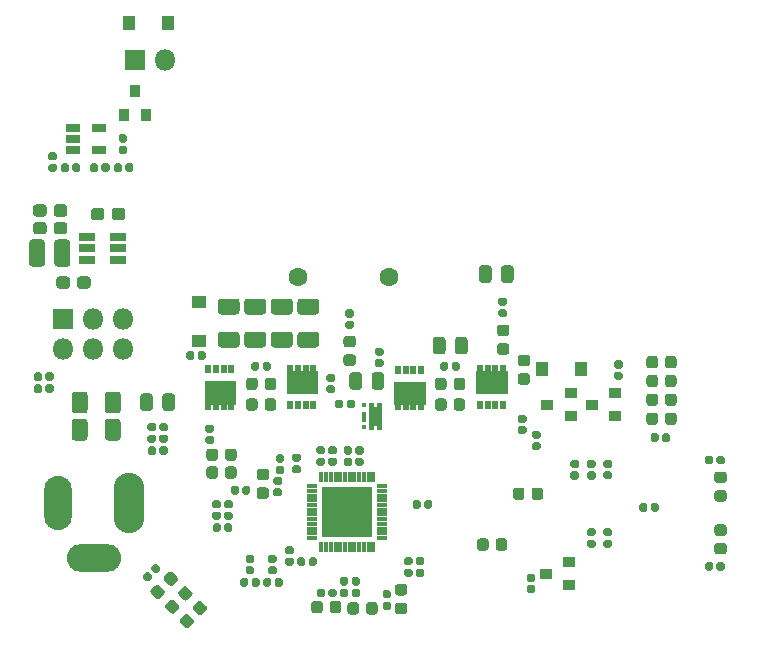
<source format=gbr>
%TF.GenerationSoftware,KiCad,Pcbnew,(5.1.6)-1*%
%TF.CreationDate,2020-09-22T17:38:13-04:00*%
%TF.ProjectId,wireless_charger,77697265-6c65-4737-935f-636861726765,rev?*%
%TF.SameCoordinates,Original*%
%TF.FileFunction,Soldermask,Top*%
%TF.FilePolarity,Negative*%
%FSLAX46Y46*%
G04 Gerber Fmt 4.6, Leading zero omitted, Abs format (unit mm)*
G04 Created by KiCad (PCBNEW (5.1.6)-1) date 2020-09-22 17:38:13*
%MOMM*%
%LPD*%
G01*
G04 APERTURE LIST*
%ADD10C,0.010000*%
%ADD11R,1.160000X0.750000*%
%ADD12R,0.900000X1.000000*%
%ADD13O,1.800000X1.800000*%
%ADD14R,1.800000X1.800000*%
%ADD15R,1.000000X1.300000*%
%ADD16R,2.475000X1.800000*%
%ADD17R,0.520000X0.800000*%
%ADD18R,0.520000X0.640000*%
%ADD19R,0.910000X0.320000*%
%ADD20R,0.320000X0.910000*%
%ADD21R,4.300000X4.300000*%
%ADD22R,1.300000X1.000000*%
%ADD23O,2.600000X5.100000*%
%ADD24O,2.350000X4.600000*%
%ADD25O,4.600000X2.350000*%
%ADD26C,1.600000*%
%ADD27R,1.000000X0.900000*%
%ADD28R,0.400000X0.450000*%
%ADD29R,0.335000X0.970000*%
%ADD30C,0.100000*%
%ADD31R,1.320000X0.750000*%
G04 APERTURE END LIST*
D10*
%TO.C,Q4*%
G36*
X131065000Y-87600000D02*
G01*
X131065000Y-85690000D01*
X133635000Y-85690000D01*
X133635000Y-87600000D01*
X131065000Y-87600000D01*
G37*
X131065000Y-87600000D02*
X131065000Y-85690000D01*
X133635000Y-85690000D01*
X133635000Y-87600000D01*
X131065000Y-87600000D01*
%TO.C,Q3*%
G36*
X147115000Y-87600000D02*
G01*
X147115000Y-85690000D01*
X149685000Y-85690000D01*
X149685000Y-87600000D01*
X147115000Y-87600000D01*
G37*
X147115000Y-87600000D02*
X147115000Y-85690000D01*
X149685000Y-85690000D01*
X149685000Y-87600000D01*
X147115000Y-87600000D01*
%TO.C,Q2*%
G36*
X142735000Y-86600000D02*
G01*
X142735000Y-88510000D01*
X140165000Y-88510000D01*
X140165000Y-86600000D01*
X142735000Y-86600000D01*
G37*
X142735000Y-86600000D02*
X142735000Y-88510000D01*
X140165000Y-88510000D01*
X140165000Y-86600000D01*
X142735000Y-86600000D01*
%TO.C,Q1*%
G36*
X126685000Y-86550000D02*
G01*
X126685000Y-88460000D01*
X124115000Y-88460000D01*
X124115000Y-86550000D01*
X126685000Y-86550000D01*
G37*
X126685000Y-86550000D02*
X126685000Y-88460000D01*
X124115000Y-88460000D01*
X124115000Y-86550000D01*
X126685000Y-86550000D01*
%TD*%
%TO.C,TH1*%
G36*
G01*
X149212500Y-77981250D02*
X149212500Y-77018750D01*
G75*
G02*
X149481250Y-76750000I268750J0D01*
G01*
X150018750Y-76750000D01*
G75*
G02*
X150287500Y-77018750I0J-268750D01*
G01*
X150287500Y-77981250D01*
G75*
G02*
X150018750Y-78250000I-268750J0D01*
G01*
X149481250Y-78250000D01*
G75*
G02*
X149212500Y-77981250I0J268750D01*
G01*
G37*
G36*
G01*
X147337500Y-77981250D02*
X147337500Y-77018750D01*
G75*
G02*
X147606250Y-76750000I268750J0D01*
G01*
X148143750Y-76750000D01*
G75*
G02*
X148412500Y-77018750I0J-268750D01*
G01*
X148412500Y-77981250D01*
G75*
G02*
X148143750Y-78250000I-268750J0D01*
G01*
X147606250Y-78250000D01*
G75*
G02*
X147337500Y-77981250I0J268750D01*
G01*
G37*
%TD*%
D11*
%TO.C,U3*%
X115200000Y-65100000D03*
X115200000Y-67000000D03*
X113000000Y-67000000D03*
X113000000Y-66050000D03*
X113000000Y-65100000D03*
%TD*%
%TO.C,R9*%
G36*
G01*
X117397500Y-66360000D02*
X117002500Y-66360000D01*
G75*
G02*
X116830000Y-66187500I0J172500D01*
G01*
X116830000Y-65842500D01*
G75*
G02*
X117002500Y-65670000I172500J0D01*
G01*
X117397500Y-65670000D01*
G75*
G02*
X117570000Y-65842500I0J-172500D01*
G01*
X117570000Y-66187500D01*
G75*
G02*
X117397500Y-66360000I-172500J0D01*
G01*
G37*
G36*
G01*
X117397500Y-67330000D02*
X117002500Y-67330000D01*
G75*
G02*
X116830000Y-67157500I0J172500D01*
G01*
X116830000Y-66812500D01*
G75*
G02*
X117002500Y-66640000I172500J0D01*
G01*
X117397500Y-66640000D01*
G75*
G02*
X117570000Y-66812500I0J-172500D01*
G01*
X117570000Y-67157500D01*
G75*
G02*
X117397500Y-67330000I-172500J0D01*
G01*
G37*
%TD*%
D12*
%TO.C,Q9*%
X118200000Y-62000000D03*
X119150000Y-64000000D03*
X117250000Y-64000000D03*
%TD*%
D13*
%TO.C,Fan_12V1*%
X120740000Y-59350000D03*
D14*
X118200000Y-59350000D03*
%TD*%
D15*
%TO.C,D3*%
X117700000Y-56250000D03*
X121000000Y-56250000D03*
%TD*%
%TO.C,R5*%
G36*
G01*
X111330000Y-86002500D02*
X111330000Y-86397500D01*
G75*
G02*
X111157500Y-86570000I-172500J0D01*
G01*
X110812500Y-86570000D01*
G75*
G02*
X110640000Y-86397500I0J172500D01*
G01*
X110640000Y-86002500D01*
G75*
G02*
X110812500Y-85830000I172500J0D01*
G01*
X111157500Y-85830000D01*
G75*
G02*
X111330000Y-86002500I0J-172500D01*
G01*
G37*
G36*
G01*
X110360000Y-86002500D02*
X110360000Y-86397500D01*
G75*
G02*
X110187500Y-86570000I-172500J0D01*
G01*
X109842500Y-86570000D01*
G75*
G02*
X109670000Y-86397500I0J172500D01*
G01*
X109670000Y-86002500D01*
G75*
G02*
X109842500Y-85830000I172500J0D01*
G01*
X110187500Y-85830000D01*
G75*
G02*
X110360000Y-86002500I0J-172500D01*
G01*
G37*
%TD*%
%TO.C,R2*%
G36*
G01*
X110360000Y-87002500D02*
X110360000Y-87397500D01*
G75*
G02*
X110187500Y-87570000I-172500J0D01*
G01*
X109842500Y-87570000D01*
G75*
G02*
X109670000Y-87397500I0J172500D01*
G01*
X109670000Y-87002500D01*
G75*
G02*
X109842500Y-86830000I172500J0D01*
G01*
X110187500Y-86830000D01*
G75*
G02*
X110360000Y-87002500I0J-172500D01*
G01*
G37*
G36*
G01*
X111330000Y-87002500D02*
X111330000Y-87397500D01*
G75*
G02*
X111157500Y-87570000I-172500J0D01*
G01*
X110812500Y-87570000D01*
G75*
G02*
X110640000Y-87397500I0J172500D01*
G01*
X110640000Y-87002500D01*
G75*
G02*
X110812500Y-86830000I172500J0D01*
G01*
X111157500Y-86830000D01*
G75*
G02*
X111330000Y-87002500I0J-172500D01*
G01*
G37*
%TD*%
D16*
%TO.C,Q4*%
X132350000Y-86650000D03*
D17*
X133325000Y-88600000D03*
X132675000Y-88600000D03*
X132025000Y-88600000D03*
X131375000Y-88600000D03*
D18*
X131375000Y-85520000D03*
X132025000Y-85520000D03*
X132675000Y-85520000D03*
X133325000Y-85520000D03*
%TD*%
D16*
%TO.C,Q3*%
X148400000Y-86650000D03*
D17*
X149375000Y-88600000D03*
X148725000Y-88600000D03*
X148075000Y-88600000D03*
X147425000Y-88600000D03*
D18*
X147425000Y-85520000D03*
X148075000Y-85520000D03*
X148725000Y-85520000D03*
X149375000Y-85520000D03*
%TD*%
D16*
%TO.C,Q2*%
X141450000Y-87550000D03*
D17*
X140475000Y-85600000D03*
X141125000Y-85600000D03*
X141775000Y-85600000D03*
X142425000Y-85600000D03*
D18*
X142425000Y-88680000D03*
X141775000Y-88680000D03*
X141125000Y-88680000D03*
X140475000Y-88680000D03*
%TD*%
D16*
%TO.C,Q1*%
X125400000Y-87500000D03*
D17*
X124425000Y-85550000D03*
X125075000Y-85550000D03*
X125725000Y-85550000D03*
X126375000Y-85550000D03*
D18*
X126375000Y-88630000D03*
X125725000Y-88630000D03*
X125075000Y-88630000D03*
X124425000Y-88630000D03*
%TD*%
%TO.C,C34*%
G36*
G01*
X136447500Y-92775000D02*
X136052500Y-92775000D01*
G75*
G02*
X135880000Y-92602500I0J172500D01*
G01*
X135880000Y-92257500D01*
G75*
G02*
X136052500Y-92085000I172500J0D01*
G01*
X136447500Y-92085000D01*
G75*
G02*
X136620000Y-92257500I0J-172500D01*
G01*
X136620000Y-92602500D01*
G75*
G02*
X136447500Y-92775000I-172500J0D01*
G01*
G37*
G36*
G01*
X136447500Y-93745000D02*
X136052500Y-93745000D01*
G75*
G02*
X135880000Y-93572500I0J172500D01*
G01*
X135880000Y-93227500D01*
G75*
G02*
X136052500Y-93055000I172500J0D01*
G01*
X136447500Y-93055000D01*
G75*
G02*
X136620000Y-93227500I0J-172500D01*
G01*
X136620000Y-93572500D01*
G75*
G02*
X136447500Y-93745000I-172500J0D01*
G01*
G37*
%TD*%
%TO.C,C6*%
G36*
G01*
X141547500Y-102160000D02*
X141152500Y-102160000D01*
G75*
G02*
X140980000Y-101987500I0J172500D01*
G01*
X140980000Y-101642500D01*
G75*
G02*
X141152500Y-101470000I172500J0D01*
G01*
X141547500Y-101470000D01*
G75*
G02*
X141720000Y-101642500I0J-172500D01*
G01*
X141720000Y-101987500D01*
G75*
G02*
X141547500Y-102160000I-172500J0D01*
G01*
G37*
G36*
G01*
X141547500Y-103130000D02*
X141152500Y-103130000D01*
G75*
G02*
X140980000Y-102957500I0J172500D01*
G01*
X140980000Y-102612500D01*
G75*
G02*
X141152500Y-102440000I172500J0D01*
G01*
X141547500Y-102440000D01*
G75*
G02*
X141720000Y-102612500I0J-172500D01*
G01*
X141720000Y-102957500D01*
G75*
G02*
X141547500Y-103130000I-172500J0D01*
G01*
G37*
%TD*%
%TO.C,C7*%
G36*
G01*
X128147500Y-102930000D02*
X127752500Y-102930000D01*
G75*
G02*
X127580000Y-102757500I0J172500D01*
G01*
X127580000Y-102412500D01*
G75*
G02*
X127752500Y-102240000I172500J0D01*
G01*
X128147500Y-102240000D01*
G75*
G02*
X128320000Y-102412500I0J-172500D01*
G01*
X128320000Y-102757500D01*
G75*
G02*
X128147500Y-102930000I-172500J0D01*
G01*
G37*
G36*
G01*
X128147500Y-101960000D02*
X127752500Y-101960000D01*
G75*
G02*
X127580000Y-101787500I0J172500D01*
G01*
X127580000Y-101442500D01*
G75*
G02*
X127752500Y-101270000I172500J0D01*
G01*
X128147500Y-101270000D01*
G75*
G02*
X128320000Y-101442500I0J-172500D01*
G01*
X128320000Y-101787500D01*
G75*
G02*
X128147500Y-101960000I-172500J0D01*
G01*
G37*
%TD*%
D19*
%TO.C,U1*%
X139150000Y-99850000D03*
X139150000Y-99450000D03*
X139150000Y-99050000D03*
X139150000Y-98650000D03*
X139150000Y-98250000D03*
X139150000Y-97850000D03*
X139150000Y-97450000D03*
X139150000Y-97050000D03*
X139150000Y-96650000D03*
X139150000Y-96250000D03*
X139150000Y-95850000D03*
X139150000Y-95450000D03*
X133250000Y-95450000D03*
X133250000Y-95850000D03*
X133250000Y-96250000D03*
X133250000Y-96650000D03*
X133250000Y-97050000D03*
X133250000Y-97450000D03*
X133250000Y-97850000D03*
X133250000Y-98250000D03*
X133250000Y-98650000D03*
X133250000Y-99050000D03*
X133250000Y-99450000D03*
X133250000Y-99850000D03*
D20*
X134000000Y-100600000D03*
X134400000Y-100600000D03*
X134800000Y-100600000D03*
X135200000Y-100600000D03*
X135600000Y-100600000D03*
X136000000Y-100600000D03*
X136400000Y-100600000D03*
X136800000Y-100600000D03*
X137200000Y-100600000D03*
X137600000Y-100600000D03*
X138000000Y-100600000D03*
X138400000Y-100600000D03*
X138400000Y-94700000D03*
X138000000Y-94700000D03*
X137600000Y-94700000D03*
X137200000Y-94700000D03*
X136800000Y-94700000D03*
X136400000Y-94700000D03*
X136000000Y-94700000D03*
X135600000Y-94700000D03*
X135200000Y-94700000D03*
X134800000Y-94700000D03*
X134400000Y-94700000D03*
X134000000Y-94700000D03*
D21*
X136200000Y-97650000D03*
%TD*%
%TO.C,C29*%
G36*
G01*
X127305000Y-95997500D02*
X127305000Y-95602500D01*
G75*
G02*
X127477500Y-95430000I172500J0D01*
G01*
X127822500Y-95430000D01*
G75*
G02*
X127995000Y-95602500I0J-172500D01*
G01*
X127995000Y-95997500D01*
G75*
G02*
X127822500Y-96170000I-172500J0D01*
G01*
X127477500Y-96170000D01*
G75*
G02*
X127305000Y-95997500I0J172500D01*
G01*
G37*
G36*
G01*
X126335000Y-95997500D02*
X126335000Y-95602500D01*
G75*
G02*
X126507500Y-95430000I172500J0D01*
G01*
X126852500Y-95430000D01*
G75*
G02*
X127025000Y-95602500I0J-172500D01*
G01*
X127025000Y-95997500D01*
G75*
G02*
X126852500Y-96170000I-172500J0D01*
G01*
X126507500Y-96170000D01*
G75*
G02*
X126335000Y-95997500I0J172500D01*
G01*
G37*
%TD*%
%TO.C,R33*%
G36*
G01*
X144512500Y-83068750D02*
X144512500Y-84031250D01*
G75*
G02*
X144243750Y-84300000I-268750J0D01*
G01*
X143706250Y-84300000D01*
G75*
G02*
X143437500Y-84031250I0J268750D01*
G01*
X143437500Y-83068750D01*
G75*
G02*
X143706250Y-82800000I268750J0D01*
G01*
X144243750Y-82800000D01*
G75*
G02*
X144512500Y-83068750I0J-268750D01*
G01*
G37*
G36*
G01*
X146387500Y-83068750D02*
X146387500Y-84031250D01*
G75*
G02*
X146118750Y-84300000I-268750J0D01*
G01*
X145581250Y-84300000D01*
G75*
G02*
X145312500Y-84031250I0J268750D01*
G01*
X145312500Y-83068750D01*
G75*
G02*
X145581250Y-82800000I268750J0D01*
G01*
X146118750Y-82800000D01*
G75*
G02*
X146387500Y-83068750I0J-268750D01*
G01*
G37*
%TD*%
%TO.C,C1*%
G36*
G01*
X145730000Y-85102500D02*
X145730000Y-85497500D01*
G75*
G02*
X145557500Y-85670000I-172500J0D01*
G01*
X145212500Y-85670000D01*
G75*
G02*
X145040000Y-85497500I0J172500D01*
G01*
X145040000Y-85102500D01*
G75*
G02*
X145212500Y-84930000I172500J0D01*
G01*
X145557500Y-84930000D01*
G75*
G02*
X145730000Y-85102500I0J-172500D01*
G01*
G37*
G36*
G01*
X144760000Y-85102500D02*
X144760000Y-85497500D01*
G75*
G02*
X144587500Y-85670000I-172500J0D01*
G01*
X144242500Y-85670000D01*
G75*
G02*
X144070000Y-85497500I0J172500D01*
G01*
X144070000Y-85102500D01*
G75*
G02*
X144242500Y-84930000I172500J0D01*
G01*
X144587500Y-84930000D01*
G75*
G02*
X144760000Y-85102500I0J-172500D01*
G01*
G37*
%TD*%
%TO.C,C2*%
G36*
G01*
X120083062Y-102072410D02*
X120362370Y-102351717D01*
G75*
G02*
X120362370Y-102595669I-121976J-121976D01*
G01*
X120118418Y-102839621D01*
G75*
G02*
X119874466Y-102839621I-121976J121976D01*
G01*
X119595158Y-102560313D01*
G75*
G02*
X119595158Y-102316361I121976J121976D01*
G01*
X119839110Y-102072409D01*
G75*
G02*
X120083062Y-102072409I121976J-121976D01*
G01*
G37*
G36*
G01*
X119397168Y-102758304D02*
X119676476Y-103037611D01*
G75*
G02*
X119676476Y-103281563I-121976J-121976D01*
G01*
X119432524Y-103525515D01*
G75*
G02*
X119188572Y-103525515I-121976J121976D01*
G01*
X118909264Y-103246207D01*
G75*
G02*
X118909264Y-103002255I121976J121976D01*
G01*
X119153216Y-102758303D01*
G75*
G02*
X119397168Y-102758303I121976J-121976D01*
G01*
G37*
%TD*%
%TO.C,C3*%
G36*
G01*
X128745000Y-85102500D02*
X128745000Y-85497500D01*
G75*
G02*
X128572500Y-85670000I-172500J0D01*
G01*
X128227500Y-85670000D01*
G75*
G02*
X128055000Y-85497500I0J172500D01*
G01*
X128055000Y-85102500D01*
G75*
G02*
X128227500Y-84930000I172500J0D01*
G01*
X128572500Y-84930000D01*
G75*
G02*
X128745000Y-85102500I0J-172500D01*
G01*
G37*
G36*
G01*
X129715000Y-85102500D02*
X129715000Y-85497500D01*
G75*
G02*
X129542500Y-85670000I-172500J0D01*
G01*
X129197500Y-85670000D01*
G75*
G02*
X129025000Y-85497500I0J172500D01*
G01*
X129025000Y-85102500D01*
G75*
G02*
X129197500Y-84930000I172500J0D01*
G01*
X129542500Y-84930000D01*
G75*
G02*
X129715000Y-85102500I0J-172500D01*
G01*
G37*
%TD*%
%TO.C,C4*%
G36*
G01*
X139352500Y-105240000D02*
X139747500Y-105240000D01*
G75*
G02*
X139920000Y-105412500I0J-172500D01*
G01*
X139920000Y-105757500D01*
G75*
G02*
X139747500Y-105930000I-172500J0D01*
G01*
X139352500Y-105930000D01*
G75*
G02*
X139180000Y-105757500I0J172500D01*
G01*
X139180000Y-105412500D01*
G75*
G02*
X139352500Y-105240000I172500J0D01*
G01*
G37*
G36*
G01*
X139352500Y-104270000D02*
X139747500Y-104270000D01*
G75*
G02*
X139920000Y-104442500I0J-172500D01*
G01*
X139920000Y-104787500D01*
G75*
G02*
X139747500Y-104960000I-172500J0D01*
G01*
X139352500Y-104960000D01*
G75*
G02*
X139180000Y-104787500I0J172500D01*
G01*
X139180000Y-104442500D01*
G75*
G02*
X139352500Y-104270000I172500J0D01*
G01*
G37*
%TD*%
%TO.C,C5*%
G36*
G01*
X140468750Y-103737500D02*
X141031250Y-103737500D01*
G75*
G02*
X141275000Y-103981250I0J-243750D01*
G01*
X141275000Y-104468750D01*
G75*
G02*
X141031250Y-104712500I-243750J0D01*
G01*
X140468750Y-104712500D01*
G75*
G02*
X140225000Y-104468750I0J243750D01*
G01*
X140225000Y-103981250D01*
G75*
G02*
X140468750Y-103737500I243750J0D01*
G01*
G37*
G36*
G01*
X140468750Y-105312500D02*
X141031250Y-105312500D01*
G75*
G02*
X141275000Y-105556250I0J-243750D01*
G01*
X141275000Y-106043750D01*
G75*
G02*
X141031250Y-106287500I-243750J0D01*
G01*
X140468750Y-106287500D01*
G75*
G02*
X140225000Y-106043750I0J243750D01*
G01*
X140225000Y-105556250D01*
G75*
G02*
X140468750Y-105312500I243750J0D01*
G01*
G37*
%TD*%
%TO.C,C8*%
G36*
G01*
X128780000Y-103402500D02*
X128780000Y-103797500D01*
G75*
G02*
X128607500Y-103970000I-172500J0D01*
G01*
X128262500Y-103970000D01*
G75*
G02*
X128090000Y-103797500I0J172500D01*
G01*
X128090000Y-103402500D01*
G75*
G02*
X128262500Y-103230000I172500J0D01*
G01*
X128607500Y-103230000D01*
G75*
G02*
X128780000Y-103402500I0J-172500D01*
G01*
G37*
G36*
G01*
X127810000Y-103402500D02*
X127810000Y-103797500D01*
G75*
G02*
X127637500Y-103970000I-172500J0D01*
G01*
X127292500Y-103970000D01*
G75*
G02*
X127120000Y-103797500I0J172500D01*
G01*
X127120000Y-103402500D01*
G75*
G02*
X127292500Y-103230000I172500J0D01*
G01*
X127637500Y-103230000D01*
G75*
G02*
X127810000Y-103402500I0J-172500D01*
G01*
G37*
%TD*%
%TO.C,C9*%
G36*
G01*
X130047500Y-102930000D02*
X129652500Y-102930000D01*
G75*
G02*
X129480000Y-102757500I0J172500D01*
G01*
X129480000Y-102412500D01*
G75*
G02*
X129652500Y-102240000I172500J0D01*
G01*
X130047500Y-102240000D01*
G75*
G02*
X130220000Y-102412500I0J-172500D01*
G01*
X130220000Y-102757500D01*
G75*
G02*
X130047500Y-102930000I-172500J0D01*
G01*
G37*
G36*
G01*
X130047500Y-101960000D02*
X129652500Y-101960000D01*
G75*
G02*
X129480000Y-101787500I0J172500D01*
G01*
X129480000Y-101442500D01*
G75*
G02*
X129652500Y-101270000I172500J0D01*
G01*
X130047500Y-101270000D01*
G75*
G02*
X130220000Y-101442500I0J-172500D01*
G01*
X130220000Y-101787500D01*
G75*
G02*
X130047500Y-101960000I-172500J0D01*
G01*
G37*
%TD*%
%TO.C,C10*%
G36*
G01*
X136118750Y-84300000D02*
X136681250Y-84300000D01*
G75*
G02*
X136925000Y-84543750I0J-243750D01*
G01*
X136925000Y-85031250D01*
G75*
G02*
X136681250Y-85275000I-243750J0D01*
G01*
X136118750Y-85275000D01*
G75*
G02*
X135875000Y-85031250I0J243750D01*
G01*
X135875000Y-84543750D01*
G75*
G02*
X136118750Y-84300000I243750J0D01*
G01*
G37*
G36*
G01*
X136118750Y-82725000D02*
X136681250Y-82725000D01*
G75*
G02*
X136925000Y-82968750I0J-243750D01*
G01*
X136925000Y-83456250D01*
G75*
G02*
X136681250Y-83700000I-243750J0D01*
G01*
X136118750Y-83700000D01*
G75*
G02*
X135875000Y-83456250I0J243750D01*
G01*
X135875000Y-82968750D01*
G75*
G02*
X136118750Y-82725000I243750J0D01*
G01*
G37*
%TD*%
%TO.C,C11*%
G36*
G01*
X149118750Y-83350000D02*
X149681250Y-83350000D01*
G75*
G02*
X149925000Y-83593750I0J-243750D01*
G01*
X149925000Y-84081250D01*
G75*
G02*
X149681250Y-84325000I-243750J0D01*
G01*
X149118750Y-84325000D01*
G75*
G02*
X148875000Y-84081250I0J243750D01*
G01*
X148875000Y-83593750D01*
G75*
G02*
X149118750Y-83350000I243750J0D01*
G01*
G37*
G36*
G01*
X149118750Y-81775000D02*
X149681250Y-81775000D01*
G75*
G02*
X149925000Y-82018750I0J-243750D01*
G01*
X149925000Y-82506250D01*
G75*
G02*
X149681250Y-82750000I-243750J0D01*
G01*
X149118750Y-82750000D01*
G75*
G02*
X148875000Y-82506250I0J243750D01*
G01*
X148875000Y-82018750D01*
G75*
G02*
X149118750Y-81775000I243750J0D01*
G01*
G37*
%TD*%
%TO.C,C12*%
G36*
G01*
X132645000Y-101652500D02*
X132645000Y-102047500D01*
G75*
G02*
X132472500Y-102220000I-172500J0D01*
G01*
X132127500Y-102220000D01*
G75*
G02*
X131955000Y-102047500I0J172500D01*
G01*
X131955000Y-101652500D01*
G75*
G02*
X132127500Y-101480000I172500J0D01*
G01*
X132472500Y-101480000D01*
G75*
G02*
X132645000Y-101652500I0J-172500D01*
G01*
G37*
G36*
G01*
X133615000Y-101652500D02*
X133615000Y-102047500D01*
G75*
G02*
X133442500Y-102220000I-172500J0D01*
G01*
X133097500Y-102220000D01*
G75*
G02*
X132925000Y-102047500I0J172500D01*
G01*
X132925000Y-101652500D01*
G75*
G02*
X133097500Y-101480000I172500J0D01*
G01*
X133442500Y-101480000D01*
G75*
G02*
X133615000Y-101652500I0J-172500D01*
G01*
G37*
%TD*%
%TO.C,C13*%
G36*
G01*
X142547500Y-103130000D02*
X142152500Y-103130000D01*
G75*
G02*
X141980000Y-102957500I0J172500D01*
G01*
X141980000Y-102612500D01*
G75*
G02*
X142152500Y-102440000I172500J0D01*
G01*
X142547500Y-102440000D01*
G75*
G02*
X142720000Y-102612500I0J-172500D01*
G01*
X142720000Y-102957500D01*
G75*
G02*
X142547500Y-103130000I-172500J0D01*
G01*
G37*
G36*
G01*
X142547500Y-102160000D02*
X142152500Y-102160000D01*
G75*
G02*
X141980000Y-101987500I0J172500D01*
G01*
X141980000Y-101642500D01*
G75*
G02*
X142152500Y-101470000I172500J0D01*
G01*
X142547500Y-101470000D01*
G75*
G02*
X142720000Y-101642500I0J-172500D01*
G01*
X142720000Y-101987500D01*
G75*
G02*
X142547500Y-102160000I-172500J0D01*
G01*
G37*
%TD*%
%TO.C,C14*%
G36*
G01*
X134112500Y-105418750D02*
X134112500Y-105981250D01*
G75*
G02*
X133868750Y-106225000I-243750J0D01*
G01*
X133381250Y-106225000D01*
G75*
G02*
X133137500Y-105981250I0J243750D01*
G01*
X133137500Y-105418750D01*
G75*
G02*
X133381250Y-105175000I243750J0D01*
G01*
X133868750Y-105175000D01*
G75*
G02*
X134112500Y-105418750I0J-243750D01*
G01*
G37*
G36*
G01*
X135687500Y-105418750D02*
X135687500Y-105981250D01*
G75*
G02*
X135443750Y-106225000I-243750J0D01*
G01*
X134956250Y-106225000D01*
G75*
G02*
X134712500Y-105981250I0J243750D01*
G01*
X134712500Y-105418750D01*
G75*
G02*
X134956250Y-105175000I243750J0D01*
G01*
X135443750Y-105175000D01*
G75*
G02*
X135687500Y-105418750I0J-243750D01*
G01*
G37*
%TD*%
%TO.C,C15*%
G36*
G01*
X135295000Y-104302500D02*
X135295000Y-104697500D01*
G75*
G02*
X135122500Y-104870000I-172500J0D01*
G01*
X134777500Y-104870000D01*
G75*
G02*
X134605000Y-104697500I0J172500D01*
G01*
X134605000Y-104302500D01*
G75*
G02*
X134777500Y-104130000I172500J0D01*
G01*
X135122500Y-104130000D01*
G75*
G02*
X135295000Y-104302500I0J-172500D01*
G01*
G37*
G36*
G01*
X134325000Y-104302500D02*
X134325000Y-104697500D01*
G75*
G02*
X134152500Y-104870000I-172500J0D01*
G01*
X133807500Y-104870000D01*
G75*
G02*
X133635000Y-104697500I0J172500D01*
G01*
X133635000Y-104302500D01*
G75*
G02*
X133807500Y-104130000I172500J0D01*
G01*
X134152500Y-104130000D01*
G75*
G02*
X134325000Y-104302500I0J-172500D01*
G01*
G37*
%TD*%
%TO.C,C16*%
G36*
G01*
X136555000Y-104697500D02*
X136555000Y-104302500D01*
G75*
G02*
X136727500Y-104130000I172500J0D01*
G01*
X137072500Y-104130000D01*
G75*
G02*
X137245000Y-104302500I0J-172500D01*
G01*
X137245000Y-104697500D01*
G75*
G02*
X137072500Y-104870000I-172500J0D01*
G01*
X136727500Y-104870000D01*
G75*
G02*
X136555000Y-104697500I0J172500D01*
G01*
G37*
G36*
G01*
X135585000Y-104697500D02*
X135585000Y-104302500D01*
G75*
G02*
X135757500Y-104130000I172500J0D01*
G01*
X136102500Y-104130000D01*
G75*
G02*
X136275000Y-104302500I0J-172500D01*
G01*
X136275000Y-104697500D01*
G75*
G02*
X136102500Y-104870000I-172500J0D01*
G01*
X135757500Y-104870000D01*
G75*
G02*
X135585000Y-104697500I0J172500D01*
G01*
G37*
%TD*%
%TO.C,C17*%
G36*
G01*
X125927500Y-97615000D02*
X126322500Y-97615000D01*
G75*
G02*
X126495000Y-97787500I0J-172500D01*
G01*
X126495000Y-98132500D01*
G75*
G02*
X126322500Y-98305000I-172500J0D01*
G01*
X125927500Y-98305000D01*
G75*
G02*
X125755000Y-98132500I0J172500D01*
G01*
X125755000Y-97787500D01*
G75*
G02*
X125927500Y-97615000I172500J0D01*
G01*
G37*
G36*
G01*
X125927500Y-96645000D02*
X126322500Y-96645000D01*
G75*
G02*
X126495000Y-96817500I0J-172500D01*
G01*
X126495000Y-97162500D01*
G75*
G02*
X126322500Y-97335000I-172500J0D01*
G01*
X125927500Y-97335000D01*
G75*
G02*
X125755000Y-97162500I0J172500D01*
G01*
X125755000Y-96817500D01*
G75*
G02*
X125927500Y-96645000I172500J0D01*
G01*
G37*
%TD*%
%TO.C,C18*%
G36*
G01*
X148162500Y-100118750D02*
X148162500Y-100681250D01*
G75*
G02*
X147918750Y-100925000I-243750J0D01*
G01*
X147431250Y-100925000D01*
G75*
G02*
X147187500Y-100681250I0J243750D01*
G01*
X147187500Y-100118750D01*
G75*
G02*
X147431250Y-99875000I243750J0D01*
G01*
X147918750Y-99875000D01*
G75*
G02*
X148162500Y-100118750I0J-243750D01*
G01*
G37*
G36*
G01*
X149737500Y-100118750D02*
X149737500Y-100681250D01*
G75*
G02*
X149493750Y-100925000I-243750J0D01*
G01*
X149006250Y-100925000D01*
G75*
G02*
X148762500Y-100681250I0J243750D01*
G01*
X148762500Y-100118750D01*
G75*
G02*
X149006250Y-99875000I243750J0D01*
G01*
X149493750Y-99875000D01*
G75*
G02*
X149737500Y-100118750I0J-243750D01*
G01*
G37*
%TD*%
%TO.C,C19*%
G36*
G01*
X125250000Y-94018750D02*
X125250000Y-94581250D01*
G75*
G02*
X125006250Y-94825000I-243750J0D01*
G01*
X124518750Y-94825000D01*
G75*
G02*
X124275000Y-94581250I0J243750D01*
G01*
X124275000Y-94018750D01*
G75*
G02*
X124518750Y-93775000I243750J0D01*
G01*
X125006250Y-93775000D01*
G75*
G02*
X125250000Y-94018750I0J-243750D01*
G01*
G37*
G36*
G01*
X126825000Y-94018750D02*
X126825000Y-94581250D01*
G75*
G02*
X126581250Y-94825000I-243750J0D01*
G01*
X126093750Y-94825000D01*
G75*
G02*
X125850000Y-94581250I0J243750D01*
G01*
X125850000Y-94018750D01*
G75*
G02*
X126093750Y-93775000I243750J0D01*
G01*
X126581250Y-93775000D01*
G75*
G02*
X126825000Y-94018750I0J-243750D01*
G01*
G37*
%TD*%
%TO.C,C20*%
G36*
G01*
X131305000Y-83725000D02*
X129995000Y-83725000D01*
G75*
G02*
X129725000Y-83455000I0J270000D01*
G01*
X129725000Y-82645000D01*
G75*
G02*
X129995000Y-82375000I270000J0D01*
G01*
X131305000Y-82375000D01*
G75*
G02*
X131575000Y-82645000I0J-270000D01*
G01*
X131575000Y-83455000D01*
G75*
G02*
X131305000Y-83725000I-270000J0D01*
G01*
G37*
G36*
G01*
X131305000Y-80925000D02*
X129995000Y-80925000D01*
G75*
G02*
X129725000Y-80655000I0J270000D01*
G01*
X129725000Y-79845000D01*
G75*
G02*
X129995000Y-79575000I270000J0D01*
G01*
X131305000Y-79575000D01*
G75*
G02*
X131575000Y-79845000I0J-270000D01*
G01*
X131575000Y-80655000D01*
G75*
G02*
X131305000Y-80925000I-270000J0D01*
G01*
G37*
%TD*%
%TO.C,C21*%
G36*
G01*
X135585000Y-103697500D02*
X135585000Y-103302500D01*
G75*
G02*
X135757500Y-103130000I172500J0D01*
G01*
X136102500Y-103130000D01*
G75*
G02*
X136275000Y-103302500I0J-172500D01*
G01*
X136275000Y-103697500D01*
G75*
G02*
X136102500Y-103870000I-172500J0D01*
G01*
X135757500Y-103870000D01*
G75*
G02*
X135585000Y-103697500I0J172500D01*
G01*
G37*
G36*
G01*
X136555000Y-103697500D02*
X136555000Y-103302500D01*
G75*
G02*
X136727500Y-103130000I172500J0D01*
G01*
X137072500Y-103130000D01*
G75*
G02*
X137245000Y-103302500I0J-172500D01*
G01*
X137245000Y-103697500D01*
G75*
G02*
X137072500Y-103870000I-172500J0D01*
G01*
X136727500Y-103870000D01*
G75*
G02*
X136555000Y-103697500I0J172500D01*
G01*
G37*
%TD*%
%TO.C,C22*%
G36*
G01*
X126455000Y-98777500D02*
X126455000Y-99172500D01*
G75*
G02*
X126282500Y-99345000I-172500J0D01*
G01*
X125937500Y-99345000D01*
G75*
G02*
X125765000Y-99172500I0J172500D01*
G01*
X125765000Y-98777500D01*
G75*
G02*
X125937500Y-98605000I172500J0D01*
G01*
X126282500Y-98605000D01*
G75*
G02*
X126455000Y-98777500I0J-172500D01*
G01*
G37*
G36*
G01*
X125485000Y-98777500D02*
X125485000Y-99172500D01*
G75*
G02*
X125312500Y-99345000I-172500J0D01*
G01*
X124967500Y-99345000D01*
G75*
G02*
X124795000Y-99172500I0J172500D01*
G01*
X124795000Y-98777500D01*
G75*
G02*
X124967500Y-98605000I172500J0D01*
G01*
X125312500Y-98605000D01*
G75*
G02*
X125485000Y-98777500I0J-172500D01*
G01*
G37*
%TD*%
%TO.C,C23*%
G36*
G01*
X126805000Y-80925000D02*
X125495000Y-80925000D01*
G75*
G02*
X125225000Y-80655000I0J270000D01*
G01*
X125225000Y-79845000D01*
G75*
G02*
X125495000Y-79575000I270000J0D01*
G01*
X126805000Y-79575000D01*
G75*
G02*
X127075000Y-79845000I0J-270000D01*
G01*
X127075000Y-80655000D01*
G75*
G02*
X126805000Y-80925000I-270000J0D01*
G01*
G37*
G36*
G01*
X126805000Y-83725000D02*
X125495000Y-83725000D01*
G75*
G02*
X125225000Y-83455000I0J270000D01*
G01*
X125225000Y-82645000D01*
G75*
G02*
X125495000Y-82375000I270000J0D01*
G01*
X126805000Y-82375000D01*
G75*
G02*
X127075000Y-82645000I0J-270000D01*
G01*
X127075000Y-83455000D01*
G75*
G02*
X126805000Y-83725000I-270000J0D01*
G01*
G37*
%TD*%
%TO.C,C24*%
G36*
G01*
X133555000Y-83725000D02*
X132245000Y-83725000D01*
G75*
G02*
X131975000Y-83455000I0J270000D01*
G01*
X131975000Y-82645000D01*
G75*
G02*
X132245000Y-82375000I270000J0D01*
G01*
X133555000Y-82375000D01*
G75*
G02*
X133825000Y-82645000I0J-270000D01*
G01*
X133825000Y-83455000D01*
G75*
G02*
X133555000Y-83725000I-270000J0D01*
G01*
G37*
G36*
G01*
X133555000Y-80925000D02*
X132245000Y-80925000D01*
G75*
G02*
X131975000Y-80655000I0J270000D01*
G01*
X131975000Y-79845000D01*
G75*
G02*
X132245000Y-79575000I270000J0D01*
G01*
X133555000Y-79575000D01*
G75*
G02*
X133825000Y-79845000I0J-270000D01*
G01*
X133825000Y-80655000D01*
G75*
G02*
X133555000Y-80925000I-270000J0D01*
G01*
G37*
%TD*%
%TO.C,C25*%
G36*
G01*
X129055000Y-80925000D02*
X127745000Y-80925000D01*
G75*
G02*
X127475000Y-80655000I0J270000D01*
G01*
X127475000Y-79845000D01*
G75*
G02*
X127745000Y-79575000I270000J0D01*
G01*
X129055000Y-79575000D01*
G75*
G02*
X129325000Y-79845000I0J-270000D01*
G01*
X129325000Y-80655000D01*
G75*
G02*
X129055000Y-80925000I-270000J0D01*
G01*
G37*
G36*
G01*
X129055000Y-83725000D02*
X127745000Y-83725000D01*
G75*
G02*
X127475000Y-83455000I0J270000D01*
G01*
X127475000Y-82645000D01*
G75*
G02*
X127745000Y-82375000I270000J0D01*
G01*
X129055000Y-82375000D01*
G75*
G02*
X129325000Y-82645000I0J-270000D01*
G01*
X129325000Y-83455000D01*
G75*
G02*
X129055000Y-83725000I-270000J0D01*
G01*
G37*
%TD*%
%TO.C,C26*%
G36*
G01*
X142410000Y-96802500D02*
X142410000Y-97197500D01*
G75*
G02*
X142237500Y-97370000I-172500J0D01*
G01*
X141892500Y-97370000D01*
G75*
G02*
X141720000Y-97197500I0J172500D01*
G01*
X141720000Y-96802500D01*
G75*
G02*
X141892500Y-96630000I172500J0D01*
G01*
X142237500Y-96630000D01*
G75*
G02*
X142410000Y-96802500I0J-172500D01*
G01*
G37*
G36*
G01*
X143380000Y-96802500D02*
X143380000Y-97197500D01*
G75*
G02*
X143207500Y-97370000I-172500J0D01*
G01*
X142862500Y-97370000D01*
G75*
G02*
X142690000Y-97197500I0J172500D01*
G01*
X142690000Y-96802500D01*
G75*
G02*
X142862500Y-96630000I172500J0D01*
G01*
X143207500Y-96630000D01*
G75*
G02*
X143380000Y-96802500I0J-172500D01*
G01*
G37*
%TD*%
%TO.C,C27*%
G36*
G01*
X119320000Y-92647500D02*
X119320000Y-92252500D01*
G75*
G02*
X119492500Y-92080000I172500J0D01*
G01*
X119837500Y-92080000D01*
G75*
G02*
X120010000Y-92252500I0J-172500D01*
G01*
X120010000Y-92647500D01*
G75*
G02*
X119837500Y-92820000I-172500J0D01*
G01*
X119492500Y-92820000D01*
G75*
G02*
X119320000Y-92647500I0J172500D01*
G01*
G37*
G36*
G01*
X120290000Y-92647500D02*
X120290000Y-92252500D01*
G75*
G02*
X120462500Y-92080000I172500J0D01*
G01*
X120807500Y-92080000D01*
G75*
G02*
X120980000Y-92252500I0J-172500D01*
G01*
X120980000Y-92647500D01*
G75*
G02*
X120807500Y-92820000I-172500J0D01*
G01*
X120462500Y-92820000D01*
G75*
G02*
X120290000Y-92647500I0J172500D01*
G01*
G37*
%TD*%
%TO.C,C28*%
G36*
G01*
X115655000Y-89025000D02*
X115655000Y-87715000D01*
G75*
G02*
X115925000Y-87445000I270000J0D01*
G01*
X116735000Y-87445000D01*
G75*
G02*
X117005000Y-87715000I0J-270000D01*
G01*
X117005000Y-89025000D01*
G75*
G02*
X116735000Y-89295000I-270000J0D01*
G01*
X115925000Y-89295000D01*
G75*
G02*
X115655000Y-89025000I0J270000D01*
G01*
G37*
G36*
G01*
X112855000Y-89025000D02*
X112855000Y-87715000D01*
G75*
G02*
X113125000Y-87445000I270000J0D01*
G01*
X113935000Y-87445000D01*
G75*
G02*
X114205000Y-87715000I0J-270000D01*
G01*
X114205000Y-89025000D01*
G75*
G02*
X113935000Y-89295000I-270000J0D01*
G01*
X113125000Y-89295000D01*
G75*
G02*
X112855000Y-89025000I0J270000D01*
G01*
G37*
%TD*%
%TO.C,C30*%
G36*
G01*
X130102500Y-95640000D02*
X130497500Y-95640000D01*
G75*
G02*
X130670000Y-95812500I0J-172500D01*
G01*
X130670000Y-96157500D01*
G75*
G02*
X130497500Y-96330000I-172500J0D01*
G01*
X130102500Y-96330000D01*
G75*
G02*
X129930000Y-96157500I0J172500D01*
G01*
X129930000Y-95812500D01*
G75*
G02*
X130102500Y-95640000I172500J0D01*
G01*
G37*
G36*
G01*
X130102500Y-94670000D02*
X130497500Y-94670000D01*
G75*
G02*
X130670000Y-94842500I0J-172500D01*
G01*
X130670000Y-95187500D01*
G75*
G02*
X130497500Y-95360000I-172500J0D01*
G01*
X130102500Y-95360000D01*
G75*
G02*
X129930000Y-95187500I0J172500D01*
G01*
X129930000Y-94842500D01*
G75*
G02*
X130102500Y-94670000I172500J0D01*
G01*
G37*
%TD*%
%TO.C,C31*%
G36*
G01*
X128768750Y-95562500D02*
X129331250Y-95562500D01*
G75*
G02*
X129575000Y-95806250I0J-243750D01*
G01*
X129575000Y-96293750D01*
G75*
G02*
X129331250Y-96537500I-243750J0D01*
G01*
X128768750Y-96537500D01*
G75*
G02*
X128525000Y-96293750I0J243750D01*
G01*
X128525000Y-95806250D01*
G75*
G02*
X128768750Y-95562500I243750J0D01*
G01*
G37*
G36*
G01*
X128768750Y-93987500D02*
X129331250Y-93987500D01*
G75*
G02*
X129575000Y-94231250I0J-243750D01*
G01*
X129575000Y-94718750D01*
G75*
G02*
X129331250Y-94962500I-243750J0D01*
G01*
X128768750Y-94962500D01*
G75*
G02*
X128525000Y-94718750I0J243750D01*
G01*
X128525000Y-94231250D01*
G75*
G02*
X128768750Y-93987500I243750J0D01*
G01*
G37*
%TD*%
%TO.C,C32*%
G36*
G01*
X112855000Y-91325000D02*
X112855000Y-90015000D01*
G75*
G02*
X113125000Y-89745000I270000J0D01*
G01*
X113935000Y-89745000D01*
G75*
G02*
X114205000Y-90015000I0J-270000D01*
G01*
X114205000Y-91325000D01*
G75*
G02*
X113935000Y-91595000I-270000J0D01*
G01*
X113125000Y-91595000D01*
G75*
G02*
X112855000Y-91325000I0J270000D01*
G01*
G37*
G36*
G01*
X115655000Y-91325000D02*
X115655000Y-90015000D01*
G75*
G02*
X115925000Y-89745000I270000J0D01*
G01*
X116735000Y-89745000D01*
G75*
G02*
X117005000Y-90015000I0J-270000D01*
G01*
X117005000Y-91325000D01*
G75*
G02*
X116735000Y-91595000I-270000J0D01*
G01*
X115925000Y-91595000D01*
G75*
G02*
X115655000Y-91325000I0J270000D01*
G01*
G37*
%TD*%
%TO.C,C33*%
G36*
G01*
X132097500Y-93395000D02*
X131702500Y-93395000D01*
G75*
G02*
X131530000Y-93222500I0J172500D01*
G01*
X131530000Y-92877500D01*
G75*
G02*
X131702500Y-92705000I172500J0D01*
G01*
X132097500Y-92705000D01*
G75*
G02*
X132270000Y-92877500I0J-172500D01*
G01*
X132270000Y-93222500D01*
G75*
G02*
X132097500Y-93395000I-172500J0D01*
G01*
G37*
G36*
G01*
X132097500Y-94365000D02*
X131702500Y-94365000D01*
G75*
G02*
X131530000Y-94192500I0J172500D01*
G01*
X131530000Y-93847500D01*
G75*
G02*
X131702500Y-93675000I172500J0D01*
G01*
X132097500Y-93675000D01*
G75*
G02*
X132270000Y-93847500I0J-172500D01*
G01*
X132270000Y-94192500D01*
G75*
G02*
X132097500Y-94365000I-172500J0D01*
G01*
G37*
%TD*%
%TO.C,C35*%
G36*
G01*
X151431250Y-86875000D02*
X150868750Y-86875000D01*
G75*
G02*
X150625000Y-86631250I0J243750D01*
G01*
X150625000Y-86143750D01*
G75*
G02*
X150868750Y-85900000I243750J0D01*
G01*
X151431250Y-85900000D01*
G75*
G02*
X151675000Y-86143750I0J-243750D01*
G01*
X151675000Y-86631250D01*
G75*
G02*
X151431250Y-86875000I-243750J0D01*
G01*
G37*
G36*
G01*
X151431250Y-85300000D02*
X150868750Y-85300000D01*
G75*
G02*
X150625000Y-85056250I0J243750D01*
G01*
X150625000Y-84568750D01*
G75*
G02*
X150868750Y-84325000I243750J0D01*
G01*
X151431250Y-84325000D01*
G75*
G02*
X151675000Y-84568750I0J-243750D01*
G01*
X151675000Y-85056250D01*
G75*
G02*
X151431250Y-85300000I-243750J0D01*
G01*
G37*
%TD*%
%TO.C,C37*%
G36*
G01*
X144600000Y-88268750D02*
X144600000Y-88831250D01*
G75*
G02*
X144356250Y-89075000I-243750J0D01*
G01*
X143868750Y-89075000D01*
G75*
G02*
X143625000Y-88831250I0J243750D01*
G01*
X143625000Y-88268750D01*
G75*
G02*
X143868750Y-88025000I243750J0D01*
G01*
X144356250Y-88025000D01*
G75*
G02*
X144600000Y-88268750I0J-243750D01*
G01*
G37*
G36*
G01*
X146175000Y-88268750D02*
X146175000Y-88831250D01*
G75*
G02*
X145931250Y-89075000I-243750J0D01*
G01*
X145443750Y-89075000D01*
G75*
G02*
X145200000Y-88831250I0J243750D01*
G01*
X145200000Y-88268750D01*
G75*
G02*
X145443750Y-88025000I243750J0D01*
G01*
X145931250Y-88025000D01*
G75*
G02*
X146175000Y-88268750I0J-243750D01*
G01*
G37*
%TD*%
%TO.C,C38*%
G36*
G01*
X130175000Y-88268750D02*
X130175000Y-88831250D01*
G75*
G02*
X129931250Y-89075000I-243750J0D01*
G01*
X129443750Y-89075000D01*
G75*
G02*
X129200000Y-88831250I0J243750D01*
G01*
X129200000Y-88268750D01*
G75*
G02*
X129443750Y-88025000I243750J0D01*
G01*
X129931250Y-88025000D01*
G75*
G02*
X130175000Y-88268750I0J-243750D01*
G01*
G37*
G36*
G01*
X128600000Y-88268750D02*
X128600000Y-88831250D01*
G75*
G02*
X128356250Y-89075000I-243750J0D01*
G01*
X127868750Y-89075000D01*
G75*
G02*
X127625000Y-88831250I0J243750D01*
G01*
X127625000Y-88268750D01*
G75*
G02*
X127868750Y-88025000I243750J0D01*
G01*
X128356250Y-88025000D01*
G75*
G02*
X128600000Y-88268750I0J-243750D01*
G01*
G37*
%TD*%
%TO.C,C39*%
G36*
G01*
X164075000Y-89468750D02*
X164075000Y-90031250D01*
G75*
G02*
X163831250Y-90275000I-243750J0D01*
G01*
X163343750Y-90275000D01*
G75*
G02*
X163100000Y-90031250I0J243750D01*
G01*
X163100000Y-89468750D01*
G75*
G02*
X163343750Y-89225000I243750J0D01*
G01*
X163831250Y-89225000D01*
G75*
G02*
X164075000Y-89468750I0J-243750D01*
G01*
G37*
G36*
G01*
X162500000Y-89468750D02*
X162500000Y-90031250D01*
G75*
G02*
X162256250Y-90275000I-243750J0D01*
G01*
X161768750Y-90275000D01*
G75*
G02*
X161525000Y-90031250I0J243750D01*
G01*
X161525000Y-89468750D01*
G75*
G02*
X161768750Y-89225000I243750J0D01*
G01*
X162256250Y-89225000D01*
G75*
G02*
X162500000Y-89468750I0J-243750D01*
G01*
G37*
%TD*%
%TO.C,C40*%
G36*
G01*
X146175000Y-86518750D02*
X146175000Y-87081250D01*
G75*
G02*
X145931250Y-87325000I-243750J0D01*
G01*
X145443750Y-87325000D01*
G75*
G02*
X145200000Y-87081250I0J243750D01*
G01*
X145200000Y-86518750D01*
G75*
G02*
X145443750Y-86275000I243750J0D01*
G01*
X145931250Y-86275000D01*
G75*
G02*
X146175000Y-86518750I0J-243750D01*
G01*
G37*
G36*
G01*
X144600000Y-86518750D02*
X144600000Y-87081250D01*
G75*
G02*
X144356250Y-87325000I-243750J0D01*
G01*
X143868750Y-87325000D01*
G75*
G02*
X143625000Y-87081250I0J243750D01*
G01*
X143625000Y-86518750D01*
G75*
G02*
X143868750Y-86275000I243750J0D01*
G01*
X144356250Y-86275000D01*
G75*
G02*
X144600000Y-86518750I0J-243750D01*
G01*
G37*
%TD*%
%TO.C,C41*%
G36*
G01*
X128600000Y-86518750D02*
X128600000Y-87081250D01*
G75*
G02*
X128356250Y-87325000I-243750J0D01*
G01*
X127868750Y-87325000D01*
G75*
G02*
X127625000Y-87081250I0J243750D01*
G01*
X127625000Y-86518750D01*
G75*
G02*
X127868750Y-86275000I243750J0D01*
G01*
X128356250Y-86275000D01*
G75*
G02*
X128600000Y-86518750I0J-243750D01*
G01*
G37*
G36*
G01*
X130175000Y-86518750D02*
X130175000Y-87081250D01*
G75*
G02*
X129931250Y-87325000I-243750J0D01*
G01*
X129443750Y-87325000D01*
G75*
G02*
X129200000Y-87081250I0J243750D01*
G01*
X129200000Y-86518750D01*
G75*
G02*
X129443750Y-86275000I243750J0D01*
G01*
X129931250Y-86275000D01*
G75*
G02*
X130175000Y-86518750I0J-243750D01*
G01*
G37*
%TD*%
%TO.C,C42*%
G36*
G01*
X123874039Y-105234061D02*
X124271786Y-105631809D01*
G75*
G02*
X124271786Y-105976523I-172357J-172357D01*
G01*
X123927072Y-106321237D01*
G75*
G02*
X123582358Y-106321237I-172357J172357D01*
G01*
X123184610Y-105923489D01*
G75*
G02*
X123184610Y-105578775I172357J172357D01*
G01*
X123529324Y-105234061D01*
G75*
G02*
X123874038Y-105234061I172357J-172357D01*
G01*
G37*
G36*
G01*
X122760345Y-106347755D02*
X123158092Y-106745503D01*
G75*
G02*
X123158092Y-107090217I-172357J-172357D01*
G01*
X122813378Y-107434931D01*
G75*
G02*
X122468664Y-107434931I-172357J172357D01*
G01*
X122070916Y-107037183D01*
G75*
G02*
X122070916Y-106692469I172357J172357D01*
G01*
X122415630Y-106347755D01*
G75*
G02*
X122760344Y-106347755I172357J-172357D01*
G01*
G37*
%TD*%
%TO.C,C43*%
G36*
G01*
X121399165Y-102759187D02*
X121796912Y-103156935D01*
G75*
G02*
X121796912Y-103501649I-172357J-172357D01*
G01*
X121452198Y-103846363D01*
G75*
G02*
X121107484Y-103846363I-172357J172357D01*
G01*
X120709736Y-103448615D01*
G75*
G02*
X120709736Y-103103901I172357J172357D01*
G01*
X121054450Y-102759187D01*
G75*
G02*
X121399164Y-102759187I172357J-172357D01*
G01*
G37*
G36*
G01*
X120285471Y-103872881D02*
X120683218Y-104270629D01*
G75*
G02*
X120683218Y-104615343I-172357J-172357D01*
G01*
X120338504Y-104960057D01*
G75*
G02*
X119993790Y-104960057I-172357J172357D01*
G01*
X119596042Y-104562309D01*
G75*
G02*
X119596042Y-104217595I172357J172357D01*
G01*
X119940756Y-103872881D01*
G75*
G02*
X120285470Y-103872881I172357J-172357D01*
G01*
G37*
%TD*%
%TO.C,C44*%
G36*
G01*
X122636602Y-103996624D02*
X123034349Y-104394372D01*
G75*
G02*
X123034349Y-104739086I-172357J-172357D01*
G01*
X122689635Y-105083800D01*
G75*
G02*
X122344921Y-105083800I-172357J172357D01*
G01*
X121947173Y-104686052D01*
G75*
G02*
X121947173Y-104341338I172357J172357D01*
G01*
X122291887Y-103996624D01*
G75*
G02*
X122636601Y-103996624I172357J-172357D01*
G01*
G37*
G36*
G01*
X121522908Y-105110318D02*
X121920655Y-105508066D01*
G75*
G02*
X121920655Y-105852780I-172357J-172357D01*
G01*
X121575941Y-106197494D01*
G75*
G02*
X121231227Y-106197494I-172357J172357D01*
G01*
X120833479Y-105799746D01*
G75*
G02*
X120833479Y-105455032I172357J172357D01*
G01*
X121178193Y-105110318D01*
G75*
G02*
X121522907Y-105110318I172357J-172357D01*
G01*
G37*
%TD*%
D22*
%TO.C,D1*%
X123650000Y-83200000D03*
X123650000Y-79900000D03*
%TD*%
D15*
%TO.C,D2*%
X152650000Y-85550000D03*
X155950000Y-85550000D03*
%TD*%
D23*
%TO.C,J1*%
X117740000Y-96840000D03*
D24*
X111740000Y-96840000D03*
D25*
X114740000Y-101540000D03*
%TD*%
%TO.C,L1*%
G36*
G01*
X138762500Y-105518750D02*
X138762500Y-106081250D01*
G75*
G02*
X138518750Y-106325000I-243750J0D01*
G01*
X138031250Y-106325000D01*
G75*
G02*
X137787500Y-106081250I0J243750D01*
G01*
X137787500Y-105518750D01*
G75*
G02*
X138031250Y-105275000I243750J0D01*
G01*
X138518750Y-105275000D01*
G75*
G02*
X138762500Y-105518750I0J-243750D01*
G01*
G37*
G36*
G01*
X137187500Y-105518750D02*
X137187500Y-106081250D01*
G75*
G02*
X136943750Y-106325000I-243750J0D01*
G01*
X136456250Y-106325000D01*
G75*
G02*
X136212500Y-106081250I0J243750D01*
G01*
X136212500Y-105518750D01*
G75*
G02*
X136456250Y-105275000I243750J0D01*
G01*
X136943750Y-105275000D01*
G75*
G02*
X137187500Y-105518750I0J-243750D01*
G01*
G37*
%TD*%
%TO.C,FLT_LED1*%
G36*
G01*
X168081250Y-101237500D02*
X167518750Y-101237500D01*
G75*
G02*
X167275000Y-100993750I0J243750D01*
G01*
X167275000Y-100506250D01*
G75*
G02*
X167518750Y-100262500I243750J0D01*
G01*
X168081250Y-100262500D01*
G75*
G02*
X168325000Y-100506250I0J-243750D01*
G01*
X168325000Y-100993750D01*
G75*
G02*
X168081250Y-101237500I-243750J0D01*
G01*
G37*
G36*
G01*
X168081250Y-99662500D02*
X167518750Y-99662500D01*
G75*
G02*
X167275000Y-99418750I0J243750D01*
G01*
X167275000Y-98931250D01*
G75*
G02*
X167518750Y-98687500I243750J0D01*
G01*
X168081250Y-98687500D01*
G75*
G02*
X168325000Y-98931250I0J-243750D01*
G01*
X168325000Y-99418750D01*
G75*
G02*
X168081250Y-99662500I-243750J0D01*
G01*
G37*
%TD*%
%TO.C,CHG_LED1*%
G36*
G01*
X167518750Y-95800000D02*
X168081250Y-95800000D01*
G75*
G02*
X168325000Y-96043750I0J-243750D01*
G01*
X168325000Y-96531250D01*
G75*
G02*
X168081250Y-96775000I-243750J0D01*
G01*
X167518750Y-96775000D01*
G75*
G02*
X167275000Y-96531250I0J243750D01*
G01*
X167275000Y-96043750D01*
G75*
G02*
X167518750Y-95800000I243750J0D01*
G01*
G37*
G36*
G01*
X167518750Y-94225000D02*
X168081250Y-94225000D01*
G75*
G02*
X168325000Y-94468750I0J-243750D01*
G01*
X168325000Y-94956250D01*
G75*
G02*
X168081250Y-95200000I-243750J0D01*
G01*
X167518750Y-95200000D01*
G75*
G02*
X167275000Y-94956250I0J243750D01*
G01*
X167275000Y-94468750D01*
G75*
G02*
X167518750Y-94225000I243750J0D01*
G01*
G37*
%TD*%
D26*
%TO.C,LX1*%
X139750000Y-77750000D03*
%TD*%
%TO.C,LX2*%
X132000000Y-77750000D03*
%TD*%
D27*
%TO.C,Q5*%
X155100000Y-89500000D03*
X155100000Y-87600000D03*
X153100000Y-88550000D03*
%TD*%
D28*
%TO.C,Q6*%
X137600000Y-88625000D03*
X137600000Y-90475000D03*
D29*
X137600000Y-89590000D03*
D30*
G36*
X139099039Y-90659755D02*
G01*
X139096194Y-90669134D01*
X139091573Y-90677779D01*
X139085355Y-90685355D01*
X139077779Y-90691573D01*
X139069134Y-90696194D01*
X139059755Y-90699039D01*
X139050000Y-90700000D01*
X138750000Y-90700000D01*
X138740245Y-90699039D01*
X138730866Y-90696194D01*
X138722221Y-90691573D01*
X138714645Y-90685355D01*
X138708427Y-90677779D01*
X138703806Y-90669134D01*
X138700961Y-90659755D01*
X138700000Y-90650000D01*
X138700000Y-90350000D01*
X138450000Y-90350000D01*
X138450000Y-90650000D01*
X138449039Y-90659755D01*
X138446194Y-90669134D01*
X138441573Y-90677779D01*
X138435355Y-90685355D01*
X138427779Y-90691573D01*
X138419134Y-90696194D01*
X138409755Y-90699039D01*
X138400000Y-90700000D01*
X138100000Y-90700000D01*
X138090245Y-90699039D01*
X138080866Y-90696194D01*
X138072221Y-90691573D01*
X138064645Y-90685355D01*
X138058427Y-90677779D01*
X138053806Y-90669134D01*
X138050961Y-90659755D01*
X138050000Y-90650000D01*
X138050000Y-88450000D01*
X138050961Y-88440245D01*
X138053806Y-88430866D01*
X138058427Y-88422221D01*
X138064645Y-88414645D01*
X138072221Y-88408427D01*
X138080866Y-88403806D01*
X138090245Y-88400961D01*
X138100000Y-88400000D01*
X138400000Y-88400000D01*
X138409755Y-88400961D01*
X138419134Y-88403806D01*
X138427779Y-88408427D01*
X138435355Y-88414645D01*
X138441573Y-88422221D01*
X138446194Y-88430866D01*
X138449039Y-88440245D01*
X138450000Y-88450000D01*
X138450000Y-88750000D01*
X138700000Y-88750000D01*
X138700000Y-88450000D01*
X138700961Y-88440245D01*
X138703806Y-88430866D01*
X138708427Y-88422221D01*
X138714645Y-88414645D01*
X138722221Y-88408427D01*
X138730866Y-88403806D01*
X138740245Y-88400961D01*
X138750000Y-88400000D01*
X139050000Y-88400000D01*
X139059755Y-88400961D01*
X139069134Y-88403806D01*
X139077779Y-88408427D01*
X139085355Y-88414645D01*
X139091573Y-88422221D01*
X139096194Y-88430866D01*
X139099039Y-88440245D01*
X139100000Y-88450000D01*
X139100000Y-90650000D01*
X139099039Y-90659755D01*
G37*
%TD*%
D27*
%TO.C,Q7*%
X156900000Y-88550000D03*
X158900000Y-87600000D03*
X158900000Y-89500000D03*
%TD*%
%TO.C,Q8*%
X155000000Y-103800000D03*
X155000000Y-101900000D03*
X153000000Y-102850000D03*
%TD*%
%TO.C,R1*%
G36*
G01*
X159347500Y-85495000D02*
X158952500Y-85495000D01*
G75*
G02*
X158780000Y-85322500I0J172500D01*
G01*
X158780000Y-84977500D01*
G75*
G02*
X158952500Y-84805000I172500J0D01*
G01*
X159347500Y-84805000D01*
G75*
G02*
X159520000Y-84977500I0J-172500D01*
G01*
X159520000Y-85322500D01*
G75*
G02*
X159347500Y-85495000I-172500J0D01*
G01*
G37*
G36*
G01*
X159347500Y-86465000D02*
X158952500Y-86465000D01*
G75*
G02*
X158780000Y-86292500I0J172500D01*
G01*
X158780000Y-85947500D01*
G75*
G02*
X158952500Y-85775000I172500J0D01*
G01*
X159347500Y-85775000D01*
G75*
G02*
X159520000Y-85947500I0J-172500D01*
G01*
X159520000Y-86292500D01*
G75*
G02*
X159347500Y-86465000I-172500J0D01*
G01*
G37*
%TD*%
%TO.C,R3*%
G36*
G01*
X166485000Y-102447500D02*
X166485000Y-102052500D01*
G75*
G02*
X166657500Y-101880000I172500J0D01*
G01*
X167002500Y-101880000D01*
G75*
G02*
X167175000Y-102052500I0J-172500D01*
G01*
X167175000Y-102447500D01*
G75*
G02*
X167002500Y-102620000I-172500J0D01*
G01*
X166657500Y-102620000D01*
G75*
G02*
X166485000Y-102447500I0J172500D01*
G01*
G37*
G36*
G01*
X167455000Y-102447500D02*
X167455000Y-102052500D01*
G75*
G02*
X167627500Y-101880000I172500J0D01*
G01*
X167972500Y-101880000D01*
G75*
G02*
X168145000Y-102052500I0J-172500D01*
G01*
X168145000Y-102447500D01*
G75*
G02*
X167972500Y-102620000I-172500J0D01*
G01*
X167627500Y-102620000D01*
G75*
G02*
X167455000Y-102447500I0J172500D01*
G01*
G37*
%TD*%
%TO.C,R4*%
G36*
G01*
X167455000Y-93447500D02*
X167455000Y-93052500D01*
G75*
G02*
X167627500Y-92880000I172500J0D01*
G01*
X167972500Y-92880000D01*
G75*
G02*
X168145000Y-93052500I0J-172500D01*
G01*
X168145000Y-93447500D01*
G75*
G02*
X167972500Y-93620000I-172500J0D01*
G01*
X167627500Y-93620000D01*
G75*
G02*
X167455000Y-93447500I0J172500D01*
G01*
G37*
G36*
G01*
X166485000Y-93447500D02*
X166485000Y-93052500D01*
G75*
G02*
X166657500Y-92880000I172500J0D01*
G01*
X167002500Y-92880000D01*
G75*
G02*
X167175000Y-93052500I0J-172500D01*
G01*
X167175000Y-93447500D01*
G75*
G02*
X167002500Y-93620000I-172500J0D01*
G01*
X166657500Y-93620000D01*
G75*
G02*
X166485000Y-93447500I0J172500D01*
G01*
G37*
%TD*%
%TO.C,R6*%
G36*
G01*
X129070000Y-103797500D02*
X129070000Y-103402500D01*
G75*
G02*
X129242500Y-103230000I172500J0D01*
G01*
X129587500Y-103230000D01*
G75*
G02*
X129760000Y-103402500I0J-172500D01*
G01*
X129760000Y-103797500D01*
G75*
G02*
X129587500Y-103970000I-172500J0D01*
G01*
X129242500Y-103970000D01*
G75*
G02*
X129070000Y-103797500I0J172500D01*
G01*
G37*
G36*
G01*
X130040000Y-103797500D02*
X130040000Y-103402500D01*
G75*
G02*
X130212500Y-103230000I172500J0D01*
G01*
X130557500Y-103230000D01*
G75*
G02*
X130730000Y-103402500I0J-172500D01*
G01*
X130730000Y-103797500D01*
G75*
G02*
X130557500Y-103970000I-172500J0D01*
G01*
X130212500Y-103970000D01*
G75*
G02*
X130040000Y-103797500I0J172500D01*
G01*
G37*
%TD*%
%TO.C,R7*%
G36*
G01*
X131102500Y-100535000D02*
X131497500Y-100535000D01*
G75*
G02*
X131670000Y-100707500I0J-172500D01*
G01*
X131670000Y-101052500D01*
G75*
G02*
X131497500Y-101225000I-172500J0D01*
G01*
X131102500Y-101225000D01*
G75*
G02*
X130930000Y-101052500I0J172500D01*
G01*
X130930000Y-100707500D01*
G75*
G02*
X131102500Y-100535000I172500J0D01*
G01*
G37*
G36*
G01*
X131102500Y-101505000D02*
X131497500Y-101505000D01*
G75*
G02*
X131670000Y-101677500I0J-172500D01*
G01*
X131670000Y-102022500D01*
G75*
G02*
X131497500Y-102195000I-172500J0D01*
G01*
X131102500Y-102195000D01*
G75*
G02*
X130930000Y-102022500I0J172500D01*
G01*
X130930000Y-101677500D01*
G75*
G02*
X131102500Y-101505000I172500J0D01*
G01*
G37*
%TD*%
%TO.C,R8*%
G36*
G01*
X162580000Y-97052500D02*
X162580000Y-97447500D01*
G75*
G02*
X162407500Y-97620000I-172500J0D01*
G01*
X162062500Y-97620000D01*
G75*
G02*
X161890000Y-97447500I0J172500D01*
G01*
X161890000Y-97052500D01*
G75*
G02*
X162062500Y-96880000I172500J0D01*
G01*
X162407500Y-96880000D01*
G75*
G02*
X162580000Y-97052500I0J-172500D01*
G01*
G37*
G36*
G01*
X161610000Y-97052500D02*
X161610000Y-97447500D01*
G75*
G02*
X161437500Y-97620000I-172500J0D01*
G01*
X161092500Y-97620000D01*
G75*
G02*
X160920000Y-97447500I0J172500D01*
G01*
X160920000Y-97052500D01*
G75*
G02*
X161092500Y-96880000I172500J0D01*
G01*
X161437500Y-96880000D01*
G75*
G02*
X161610000Y-97052500I0J-172500D01*
G01*
G37*
%TD*%
%TO.C,R10*%
G36*
G01*
X152775000Y-95818750D02*
X152775000Y-96381250D01*
G75*
G02*
X152531250Y-96625000I-243750J0D01*
G01*
X152043750Y-96625000D01*
G75*
G02*
X151800000Y-96381250I0J243750D01*
G01*
X151800000Y-95818750D01*
G75*
G02*
X152043750Y-95575000I243750J0D01*
G01*
X152531250Y-95575000D01*
G75*
G02*
X152775000Y-95818750I0J-243750D01*
G01*
G37*
G36*
G01*
X151200000Y-95818750D02*
X151200000Y-96381250D01*
G75*
G02*
X150956250Y-96625000I-243750J0D01*
G01*
X150468750Y-96625000D01*
G75*
G02*
X150225000Y-96381250I0J243750D01*
G01*
X150225000Y-95818750D01*
G75*
G02*
X150468750Y-95575000I243750J0D01*
G01*
X150956250Y-95575000D01*
G75*
G02*
X151200000Y-95818750I0J-243750D01*
G01*
G37*
%TD*%
%TO.C,R11*%
G36*
G01*
X124275000Y-93081250D02*
X124275000Y-92518750D01*
G75*
G02*
X124518750Y-92275000I243750J0D01*
G01*
X125006250Y-92275000D01*
G75*
G02*
X125250000Y-92518750I0J-243750D01*
G01*
X125250000Y-93081250D01*
G75*
G02*
X125006250Y-93325000I-243750J0D01*
G01*
X124518750Y-93325000D01*
G75*
G02*
X124275000Y-93081250I0J243750D01*
G01*
G37*
G36*
G01*
X125850000Y-93081250D02*
X125850000Y-92518750D01*
G75*
G02*
X126093750Y-92275000I243750J0D01*
G01*
X126581250Y-92275000D01*
G75*
G02*
X126825000Y-92518750I0J-243750D01*
G01*
X126825000Y-93081250D01*
G75*
G02*
X126581250Y-93325000I-243750J0D01*
G01*
X126093750Y-93325000D01*
G75*
G02*
X125850000Y-93081250I0J243750D01*
G01*
G37*
%TD*%
%TO.C,R12*%
G36*
G01*
X163100000Y-88431250D02*
X163100000Y-87868750D01*
G75*
G02*
X163343750Y-87625000I243750J0D01*
G01*
X163831250Y-87625000D01*
G75*
G02*
X164075000Y-87868750I0J-243750D01*
G01*
X164075000Y-88431250D01*
G75*
G02*
X163831250Y-88675000I-243750J0D01*
G01*
X163343750Y-88675000D01*
G75*
G02*
X163100000Y-88431250I0J243750D01*
G01*
G37*
G36*
G01*
X161525000Y-88431250D02*
X161525000Y-87868750D01*
G75*
G02*
X161768750Y-87625000I243750J0D01*
G01*
X162256250Y-87625000D01*
G75*
G02*
X162500000Y-87868750I0J-243750D01*
G01*
X162500000Y-88431250D01*
G75*
G02*
X162256250Y-88675000I-243750J0D01*
G01*
X161768750Y-88675000D01*
G75*
G02*
X161525000Y-88431250I0J243750D01*
G01*
G37*
%TD*%
%TO.C,R13*%
G36*
G01*
X125322500Y-97335000D02*
X124927500Y-97335000D01*
G75*
G02*
X124755000Y-97162500I0J172500D01*
G01*
X124755000Y-96817500D01*
G75*
G02*
X124927500Y-96645000I172500J0D01*
G01*
X125322500Y-96645000D01*
G75*
G02*
X125495000Y-96817500I0J-172500D01*
G01*
X125495000Y-97162500D01*
G75*
G02*
X125322500Y-97335000I-172500J0D01*
G01*
G37*
G36*
G01*
X125322500Y-98305000D02*
X124927500Y-98305000D01*
G75*
G02*
X124755000Y-98132500I0J172500D01*
G01*
X124755000Y-97787500D01*
G75*
G02*
X124927500Y-97615000I172500J0D01*
G01*
X125322500Y-97615000D01*
G75*
G02*
X125495000Y-97787500I0J-172500D01*
G01*
X125495000Y-98132500D01*
G75*
G02*
X125322500Y-98305000I-172500J0D01*
G01*
G37*
%TD*%
%TO.C,R14*%
G36*
G01*
X124747500Y-91895000D02*
X124352500Y-91895000D01*
G75*
G02*
X124180000Y-91722500I0J172500D01*
G01*
X124180000Y-91377500D01*
G75*
G02*
X124352500Y-91205000I172500J0D01*
G01*
X124747500Y-91205000D01*
G75*
G02*
X124920000Y-91377500I0J-172500D01*
G01*
X124920000Y-91722500D01*
G75*
G02*
X124747500Y-91895000I-172500J0D01*
G01*
G37*
G36*
G01*
X124747500Y-90925000D02*
X124352500Y-90925000D01*
G75*
G02*
X124180000Y-90752500I0J172500D01*
G01*
X124180000Y-90407500D01*
G75*
G02*
X124352500Y-90235000I172500J0D01*
G01*
X124747500Y-90235000D01*
G75*
G02*
X124920000Y-90407500I0J-172500D01*
G01*
X124920000Y-90752500D01*
G75*
G02*
X124747500Y-90925000I-172500J0D01*
G01*
G37*
%TD*%
%TO.C,R15*%
G36*
G01*
X119847500Y-91780000D02*
X119452500Y-91780000D01*
G75*
G02*
X119280000Y-91607500I0J172500D01*
G01*
X119280000Y-91262500D01*
G75*
G02*
X119452500Y-91090000I172500J0D01*
G01*
X119847500Y-91090000D01*
G75*
G02*
X120020000Y-91262500I0J-172500D01*
G01*
X120020000Y-91607500D01*
G75*
G02*
X119847500Y-91780000I-172500J0D01*
G01*
G37*
G36*
G01*
X119847500Y-90810000D02*
X119452500Y-90810000D01*
G75*
G02*
X119280000Y-90637500I0J172500D01*
G01*
X119280000Y-90292500D01*
G75*
G02*
X119452500Y-90120000I172500J0D01*
G01*
X119847500Y-90120000D01*
G75*
G02*
X120020000Y-90292500I0J-172500D01*
G01*
X120020000Y-90637500D01*
G75*
G02*
X119847500Y-90810000I-172500J0D01*
G01*
G37*
%TD*%
%TO.C,R16*%
G36*
G01*
X151947500Y-104530000D02*
X151552500Y-104530000D01*
G75*
G02*
X151380000Y-104357500I0J172500D01*
G01*
X151380000Y-104012500D01*
G75*
G02*
X151552500Y-103840000I172500J0D01*
G01*
X151947500Y-103840000D01*
G75*
G02*
X152120000Y-104012500I0J-172500D01*
G01*
X152120000Y-104357500D01*
G75*
G02*
X151947500Y-104530000I-172500J0D01*
G01*
G37*
G36*
G01*
X151947500Y-103560000D02*
X151552500Y-103560000D01*
G75*
G02*
X151380000Y-103387500I0J172500D01*
G01*
X151380000Y-103042500D01*
G75*
G02*
X151552500Y-102870000I172500J0D01*
G01*
X151947500Y-102870000D01*
G75*
G02*
X152120000Y-103042500I0J-172500D01*
G01*
X152120000Y-103387500D01*
G75*
G02*
X151947500Y-103560000I-172500J0D01*
G01*
G37*
%TD*%
%TO.C,R18*%
G36*
G01*
X121612500Y-87868750D02*
X121612500Y-88831250D01*
G75*
G02*
X121343750Y-89100000I-268750J0D01*
G01*
X120806250Y-89100000D01*
G75*
G02*
X120537500Y-88831250I0J268750D01*
G01*
X120537500Y-87868750D01*
G75*
G02*
X120806250Y-87600000I268750J0D01*
G01*
X121343750Y-87600000D01*
G75*
G02*
X121612500Y-87868750I0J-268750D01*
G01*
G37*
G36*
G01*
X119737500Y-87868750D02*
X119737500Y-88831250D01*
G75*
G02*
X119468750Y-89100000I-268750J0D01*
G01*
X118931250Y-89100000D01*
G75*
G02*
X118662500Y-88831250I0J268750D01*
G01*
X118662500Y-87868750D01*
G75*
G02*
X118931250Y-87600000I268750J0D01*
G01*
X119468750Y-87600000D01*
G75*
G02*
X119737500Y-87868750I0J-268750D01*
G01*
G37*
%TD*%
%TO.C,R20*%
G36*
G01*
X155252500Y-94205000D02*
X155647500Y-94205000D01*
G75*
G02*
X155820000Y-94377500I0J-172500D01*
G01*
X155820000Y-94722500D01*
G75*
G02*
X155647500Y-94895000I-172500J0D01*
G01*
X155252500Y-94895000D01*
G75*
G02*
X155080000Y-94722500I0J172500D01*
G01*
X155080000Y-94377500D01*
G75*
G02*
X155252500Y-94205000I172500J0D01*
G01*
G37*
G36*
G01*
X155252500Y-93235000D02*
X155647500Y-93235000D01*
G75*
G02*
X155820000Y-93407500I0J-172500D01*
G01*
X155820000Y-93752500D01*
G75*
G02*
X155647500Y-93925000I-172500J0D01*
G01*
X155252500Y-93925000D01*
G75*
G02*
X155080000Y-93752500I0J172500D01*
G01*
X155080000Y-93407500D01*
G75*
G02*
X155252500Y-93235000I172500J0D01*
G01*
G37*
%TD*%
%TO.C,R21*%
G36*
G01*
X120847500Y-91780000D02*
X120452500Y-91780000D01*
G75*
G02*
X120280000Y-91607500I0J172500D01*
G01*
X120280000Y-91262500D01*
G75*
G02*
X120452500Y-91090000I172500J0D01*
G01*
X120847500Y-91090000D01*
G75*
G02*
X121020000Y-91262500I0J-172500D01*
G01*
X121020000Y-91607500D01*
G75*
G02*
X120847500Y-91780000I-172500J0D01*
G01*
G37*
G36*
G01*
X120847500Y-90810000D02*
X120452500Y-90810000D01*
G75*
G02*
X120280000Y-90637500I0J172500D01*
G01*
X120280000Y-90292500D01*
G75*
G02*
X120452500Y-90120000I172500J0D01*
G01*
X120847500Y-90120000D01*
G75*
G02*
X121020000Y-90292500I0J-172500D01*
G01*
X121020000Y-90637500D01*
G75*
G02*
X120847500Y-90810000I-172500J0D01*
G01*
G37*
%TD*%
%TO.C,R23*%
G36*
G01*
X162840000Y-91547500D02*
X162840000Y-91152500D01*
G75*
G02*
X163012500Y-90980000I172500J0D01*
G01*
X163357500Y-90980000D01*
G75*
G02*
X163530000Y-91152500I0J-172500D01*
G01*
X163530000Y-91547500D01*
G75*
G02*
X163357500Y-91720000I-172500J0D01*
G01*
X163012500Y-91720000D01*
G75*
G02*
X162840000Y-91547500I0J172500D01*
G01*
G37*
G36*
G01*
X161870000Y-91547500D02*
X161870000Y-91152500D01*
G75*
G02*
X162042500Y-90980000I172500J0D01*
G01*
X162387500Y-90980000D01*
G75*
G02*
X162560000Y-91152500I0J-172500D01*
G01*
X162560000Y-91547500D01*
G75*
G02*
X162387500Y-91720000I-172500J0D01*
G01*
X162042500Y-91720000D01*
G75*
G02*
X161870000Y-91547500I0J172500D01*
G01*
G37*
%TD*%
%TO.C,R25*%
G36*
G01*
X130302500Y-93740000D02*
X130697500Y-93740000D01*
G75*
G02*
X130870000Y-93912500I0J-172500D01*
G01*
X130870000Y-94257500D01*
G75*
G02*
X130697500Y-94430000I-172500J0D01*
G01*
X130302500Y-94430000D01*
G75*
G02*
X130130000Y-94257500I0J172500D01*
G01*
X130130000Y-93912500D01*
G75*
G02*
X130302500Y-93740000I172500J0D01*
G01*
G37*
G36*
G01*
X130302500Y-92770000D02*
X130697500Y-92770000D01*
G75*
G02*
X130870000Y-92942500I0J-172500D01*
G01*
X130870000Y-93287500D01*
G75*
G02*
X130697500Y-93460000I-172500J0D01*
G01*
X130302500Y-93460000D01*
G75*
G02*
X130130000Y-93287500I0J172500D01*
G01*
X130130000Y-92942500D01*
G75*
G02*
X130302500Y-92770000I172500J0D01*
G01*
G37*
%TD*%
%TO.C,R26*%
G36*
G01*
X124215000Y-84202500D02*
X124215000Y-84597500D01*
G75*
G02*
X124042500Y-84770000I-172500J0D01*
G01*
X123697500Y-84770000D01*
G75*
G02*
X123525000Y-84597500I0J172500D01*
G01*
X123525000Y-84202500D01*
G75*
G02*
X123697500Y-84030000I172500J0D01*
G01*
X124042500Y-84030000D01*
G75*
G02*
X124215000Y-84202500I0J-172500D01*
G01*
G37*
G36*
G01*
X123245000Y-84202500D02*
X123245000Y-84597500D01*
G75*
G02*
X123072500Y-84770000I-172500J0D01*
G01*
X122727500Y-84770000D01*
G75*
G02*
X122555000Y-84597500I0J172500D01*
G01*
X122555000Y-84202500D01*
G75*
G02*
X122727500Y-84030000I172500J0D01*
G01*
X123072500Y-84030000D01*
G75*
G02*
X123245000Y-84202500I0J-172500D01*
G01*
G37*
%TD*%
%TO.C,R27*%
G36*
G01*
X133752500Y-93040000D02*
X134147500Y-93040000D01*
G75*
G02*
X134320000Y-93212500I0J-172500D01*
G01*
X134320000Y-93557500D01*
G75*
G02*
X134147500Y-93730000I-172500J0D01*
G01*
X133752500Y-93730000D01*
G75*
G02*
X133580000Y-93557500I0J172500D01*
G01*
X133580000Y-93212500D01*
G75*
G02*
X133752500Y-93040000I172500J0D01*
G01*
G37*
G36*
G01*
X133752500Y-92070000D02*
X134147500Y-92070000D01*
G75*
G02*
X134320000Y-92242500I0J-172500D01*
G01*
X134320000Y-92587500D01*
G75*
G02*
X134147500Y-92760000I-172500J0D01*
G01*
X133752500Y-92760000D01*
G75*
G02*
X133580000Y-92587500I0J172500D01*
G01*
X133580000Y-92242500D01*
G75*
G02*
X133752500Y-92070000I172500J0D01*
G01*
G37*
%TD*%
%TO.C,R28*%
G36*
G01*
X134752500Y-92070000D02*
X135147500Y-92070000D01*
G75*
G02*
X135320000Y-92242500I0J-172500D01*
G01*
X135320000Y-92587500D01*
G75*
G02*
X135147500Y-92760000I-172500J0D01*
G01*
X134752500Y-92760000D01*
G75*
G02*
X134580000Y-92587500I0J172500D01*
G01*
X134580000Y-92242500D01*
G75*
G02*
X134752500Y-92070000I172500J0D01*
G01*
G37*
G36*
G01*
X134752500Y-93040000D02*
X135147500Y-93040000D01*
G75*
G02*
X135320000Y-93212500I0J-172500D01*
G01*
X135320000Y-93557500D01*
G75*
G02*
X135147500Y-93730000I-172500J0D01*
G01*
X134752500Y-93730000D01*
G75*
G02*
X134580000Y-93557500I0J172500D01*
G01*
X134580000Y-93212500D01*
G75*
G02*
X134752500Y-93040000I172500J0D01*
G01*
G37*
%TD*%
%TO.C,R29*%
G36*
G01*
X137027500Y-92085000D02*
X137422500Y-92085000D01*
G75*
G02*
X137595000Y-92257500I0J-172500D01*
G01*
X137595000Y-92602500D01*
G75*
G02*
X137422500Y-92775000I-172500J0D01*
G01*
X137027500Y-92775000D01*
G75*
G02*
X136855000Y-92602500I0J172500D01*
G01*
X136855000Y-92257500D01*
G75*
G02*
X137027500Y-92085000I172500J0D01*
G01*
G37*
G36*
G01*
X137027500Y-93055000D02*
X137422500Y-93055000D01*
G75*
G02*
X137595000Y-93227500I0J-172500D01*
G01*
X137595000Y-93572500D01*
G75*
G02*
X137422500Y-93745000I-172500J0D01*
G01*
X137027500Y-93745000D01*
G75*
G02*
X136855000Y-93572500I0J172500D01*
G01*
X136855000Y-93227500D01*
G75*
G02*
X137027500Y-93055000I172500J0D01*
G01*
G37*
%TD*%
%TO.C,R30*%
G36*
G01*
X139097500Y-84410000D02*
X138702500Y-84410000D01*
G75*
G02*
X138530000Y-84237500I0J172500D01*
G01*
X138530000Y-83892500D01*
G75*
G02*
X138702500Y-83720000I172500J0D01*
G01*
X139097500Y-83720000D01*
G75*
G02*
X139270000Y-83892500I0J-172500D01*
G01*
X139270000Y-84237500D01*
G75*
G02*
X139097500Y-84410000I-172500J0D01*
G01*
G37*
G36*
G01*
X139097500Y-85380000D02*
X138702500Y-85380000D01*
G75*
G02*
X138530000Y-85207500I0J172500D01*
G01*
X138530000Y-84862500D01*
G75*
G02*
X138702500Y-84690000I172500J0D01*
G01*
X139097500Y-84690000D01*
G75*
G02*
X139270000Y-84862500I0J-172500D01*
G01*
X139270000Y-85207500D01*
G75*
G02*
X139097500Y-85380000I-172500J0D01*
G01*
G37*
%TD*%
%TO.C,R31*%
G36*
G01*
X150802500Y-90375000D02*
X151197500Y-90375000D01*
G75*
G02*
X151370000Y-90547500I0J-172500D01*
G01*
X151370000Y-90892500D01*
G75*
G02*
X151197500Y-91065000I-172500J0D01*
G01*
X150802500Y-91065000D01*
G75*
G02*
X150630000Y-90892500I0J172500D01*
G01*
X150630000Y-90547500D01*
G75*
G02*
X150802500Y-90375000I172500J0D01*
G01*
G37*
G36*
G01*
X150802500Y-89405000D02*
X151197500Y-89405000D01*
G75*
G02*
X151370000Y-89577500I0J-172500D01*
G01*
X151370000Y-89922500D01*
G75*
G02*
X151197500Y-90095000I-172500J0D01*
G01*
X150802500Y-90095000D01*
G75*
G02*
X150630000Y-89922500I0J172500D01*
G01*
X150630000Y-89577500D01*
G75*
G02*
X150802500Y-89405000I172500J0D01*
G01*
G37*
%TD*%
%TO.C,R32*%
G36*
G01*
X134602500Y-85935000D02*
X134997500Y-85935000D01*
G75*
G02*
X135170000Y-86107500I0J-172500D01*
G01*
X135170000Y-86452500D01*
G75*
G02*
X134997500Y-86625000I-172500J0D01*
G01*
X134602500Y-86625000D01*
G75*
G02*
X134430000Y-86452500I0J172500D01*
G01*
X134430000Y-86107500D01*
G75*
G02*
X134602500Y-85935000I172500J0D01*
G01*
G37*
G36*
G01*
X134602500Y-86905000D02*
X134997500Y-86905000D01*
G75*
G02*
X135170000Y-87077500I0J-172500D01*
G01*
X135170000Y-87422500D01*
G75*
G02*
X134997500Y-87595000I-172500J0D01*
G01*
X134602500Y-87595000D01*
G75*
G02*
X134430000Y-87422500I0J172500D01*
G01*
X134430000Y-87077500D01*
G75*
G02*
X134602500Y-86905000I172500J0D01*
G01*
G37*
%TD*%
%TO.C,R34*%
G36*
G01*
X161525000Y-85231250D02*
X161525000Y-84668750D01*
G75*
G02*
X161768750Y-84425000I243750J0D01*
G01*
X162256250Y-84425000D01*
G75*
G02*
X162500000Y-84668750I0J-243750D01*
G01*
X162500000Y-85231250D01*
G75*
G02*
X162256250Y-85475000I-243750J0D01*
G01*
X161768750Y-85475000D01*
G75*
G02*
X161525000Y-85231250I0J243750D01*
G01*
G37*
G36*
G01*
X163100000Y-85231250D02*
X163100000Y-84668750D01*
G75*
G02*
X163343750Y-84425000I243750J0D01*
G01*
X163831250Y-84425000D01*
G75*
G02*
X164075000Y-84668750I0J-243750D01*
G01*
X164075000Y-85231250D01*
G75*
G02*
X163831250Y-85475000I-243750J0D01*
G01*
X163343750Y-85475000D01*
G75*
G02*
X163100000Y-85231250I0J243750D01*
G01*
G37*
%TD*%
%TO.C,R35*%
G36*
G01*
X163100000Y-86831250D02*
X163100000Y-86268750D01*
G75*
G02*
X163343750Y-86025000I243750J0D01*
G01*
X163831250Y-86025000D01*
G75*
G02*
X164075000Y-86268750I0J-243750D01*
G01*
X164075000Y-86831250D01*
G75*
G02*
X163831250Y-87075000I-243750J0D01*
G01*
X163343750Y-87075000D01*
G75*
G02*
X163100000Y-86831250I0J243750D01*
G01*
G37*
G36*
G01*
X161525000Y-86831250D02*
X161525000Y-86268750D01*
G75*
G02*
X161768750Y-86025000I243750J0D01*
G01*
X162256250Y-86025000D01*
G75*
G02*
X162500000Y-86268750I0J-243750D01*
G01*
X162500000Y-86831250D01*
G75*
G02*
X162256250Y-87075000I-243750J0D01*
G01*
X161768750Y-87075000D01*
G75*
G02*
X161525000Y-86831250I0J243750D01*
G01*
G37*
%TD*%
%TO.C,R36*%
G36*
G01*
X149152500Y-79485000D02*
X149547500Y-79485000D01*
G75*
G02*
X149720000Y-79657500I0J-172500D01*
G01*
X149720000Y-80002500D01*
G75*
G02*
X149547500Y-80175000I-172500J0D01*
G01*
X149152500Y-80175000D01*
G75*
G02*
X148980000Y-80002500I0J172500D01*
G01*
X148980000Y-79657500D01*
G75*
G02*
X149152500Y-79485000I172500J0D01*
G01*
G37*
G36*
G01*
X149152500Y-80455000D02*
X149547500Y-80455000D01*
G75*
G02*
X149720000Y-80627500I0J-172500D01*
G01*
X149720000Y-80972500D01*
G75*
G02*
X149547500Y-81145000I-172500J0D01*
G01*
X149152500Y-81145000D01*
G75*
G02*
X148980000Y-80972500I0J172500D01*
G01*
X148980000Y-80627500D01*
G75*
G02*
X149152500Y-80455000I172500J0D01*
G01*
G37*
%TD*%
%TO.C,R37*%
G36*
G01*
X136202500Y-81455000D02*
X136597500Y-81455000D01*
G75*
G02*
X136770000Y-81627500I0J-172500D01*
G01*
X136770000Y-81972500D01*
G75*
G02*
X136597500Y-82145000I-172500J0D01*
G01*
X136202500Y-82145000D01*
G75*
G02*
X136030000Y-81972500I0J172500D01*
G01*
X136030000Y-81627500D01*
G75*
G02*
X136202500Y-81455000I172500J0D01*
G01*
G37*
G36*
G01*
X136202500Y-80485000D02*
X136597500Y-80485000D01*
G75*
G02*
X136770000Y-80657500I0J-172500D01*
G01*
X136770000Y-81002500D01*
G75*
G02*
X136597500Y-81175000I-172500J0D01*
G01*
X136202500Y-81175000D01*
G75*
G02*
X136030000Y-81002500I0J172500D01*
G01*
X136030000Y-80657500D01*
G75*
G02*
X136202500Y-80485000I172500J0D01*
G01*
G37*
%TD*%
%TO.C,R40*%
G36*
G01*
X158447500Y-100680000D02*
X158052500Y-100680000D01*
G75*
G02*
X157880000Y-100507500I0J172500D01*
G01*
X157880000Y-100162500D01*
G75*
G02*
X158052500Y-99990000I172500J0D01*
G01*
X158447500Y-99990000D01*
G75*
G02*
X158620000Y-100162500I0J-172500D01*
G01*
X158620000Y-100507500D01*
G75*
G02*
X158447500Y-100680000I-172500J0D01*
G01*
G37*
G36*
G01*
X158447500Y-99710000D02*
X158052500Y-99710000D01*
G75*
G02*
X157880000Y-99537500I0J172500D01*
G01*
X157880000Y-99192500D01*
G75*
G02*
X158052500Y-99020000I172500J0D01*
G01*
X158447500Y-99020000D01*
G75*
G02*
X158620000Y-99192500I0J-172500D01*
G01*
X158620000Y-99537500D01*
G75*
G02*
X158447500Y-99710000I-172500J0D01*
G01*
G37*
%TD*%
%TO.C,R41*%
G36*
G01*
X152002500Y-90755000D02*
X152397500Y-90755000D01*
G75*
G02*
X152570000Y-90927500I0J-172500D01*
G01*
X152570000Y-91272500D01*
G75*
G02*
X152397500Y-91445000I-172500J0D01*
G01*
X152002500Y-91445000D01*
G75*
G02*
X151830000Y-91272500I0J172500D01*
G01*
X151830000Y-90927500D01*
G75*
G02*
X152002500Y-90755000I172500J0D01*
G01*
G37*
G36*
G01*
X152002500Y-91725000D02*
X152397500Y-91725000D01*
G75*
G02*
X152570000Y-91897500I0J-172500D01*
G01*
X152570000Y-92242500D01*
G75*
G02*
X152397500Y-92415000I-172500J0D01*
G01*
X152002500Y-92415000D01*
G75*
G02*
X151830000Y-92242500I0J172500D01*
G01*
X151830000Y-91897500D01*
G75*
G02*
X152002500Y-91725000I172500J0D01*
G01*
G37*
%TD*%
%TO.C,R42*%
G36*
G01*
X135860000Y-88302500D02*
X135860000Y-88697500D01*
G75*
G02*
X135687500Y-88870000I-172500J0D01*
G01*
X135342500Y-88870000D01*
G75*
G02*
X135170000Y-88697500I0J172500D01*
G01*
X135170000Y-88302500D01*
G75*
G02*
X135342500Y-88130000I172500J0D01*
G01*
X135687500Y-88130000D01*
G75*
G02*
X135860000Y-88302500I0J-172500D01*
G01*
G37*
G36*
G01*
X136830000Y-88302500D02*
X136830000Y-88697500D01*
G75*
G02*
X136657500Y-88870000I-172500J0D01*
G01*
X136312500Y-88870000D01*
G75*
G02*
X136140000Y-88697500I0J172500D01*
G01*
X136140000Y-88302500D01*
G75*
G02*
X136312500Y-88130000I172500J0D01*
G01*
X136657500Y-88130000D01*
G75*
G02*
X136830000Y-88302500I0J-172500D01*
G01*
G37*
%TD*%
%TO.C,R43*%
G36*
G01*
X157047500Y-93925000D02*
X156652500Y-93925000D01*
G75*
G02*
X156480000Y-93752500I0J172500D01*
G01*
X156480000Y-93407500D01*
G75*
G02*
X156652500Y-93235000I172500J0D01*
G01*
X157047500Y-93235000D01*
G75*
G02*
X157220000Y-93407500I0J-172500D01*
G01*
X157220000Y-93752500D01*
G75*
G02*
X157047500Y-93925000I-172500J0D01*
G01*
G37*
G36*
G01*
X157047500Y-94895000D02*
X156652500Y-94895000D01*
G75*
G02*
X156480000Y-94722500I0J172500D01*
G01*
X156480000Y-94377500D01*
G75*
G02*
X156652500Y-94205000I172500J0D01*
G01*
X157047500Y-94205000D01*
G75*
G02*
X157220000Y-94377500I0J-172500D01*
G01*
X157220000Y-94722500D01*
G75*
G02*
X157047500Y-94895000I-172500J0D01*
G01*
G37*
%TD*%
%TO.C,R44*%
G36*
G01*
X157047500Y-99710000D02*
X156652500Y-99710000D01*
G75*
G02*
X156480000Y-99537500I0J172500D01*
G01*
X156480000Y-99192500D01*
G75*
G02*
X156652500Y-99020000I172500J0D01*
G01*
X157047500Y-99020000D01*
G75*
G02*
X157220000Y-99192500I0J-172500D01*
G01*
X157220000Y-99537500D01*
G75*
G02*
X157047500Y-99710000I-172500J0D01*
G01*
G37*
G36*
G01*
X157047500Y-100680000D02*
X156652500Y-100680000D01*
G75*
G02*
X156480000Y-100507500I0J172500D01*
G01*
X156480000Y-100162500D01*
G75*
G02*
X156652500Y-99990000I172500J0D01*
G01*
X157047500Y-99990000D01*
G75*
G02*
X157220000Y-100162500I0J-172500D01*
G01*
X157220000Y-100507500D01*
G75*
G02*
X157047500Y-100680000I-172500J0D01*
G01*
G37*
%TD*%
%TO.C,R45*%
G36*
G01*
X137450000Y-86068750D02*
X137450000Y-87031250D01*
G75*
G02*
X137181250Y-87300000I-268750J0D01*
G01*
X136643750Y-87300000D01*
G75*
G02*
X136375000Y-87031250I0J268750D01*
G01*
X136375000Y-86068750D01*
G75*
G02*
X136643750Y-85800000I268750J0D01*
G01*
X137181250Y-85800000D01*
G75*
G02*
X137450000Y-86068750I0J-268750D01*
G01*
G37*
G36*
G01*
X139325000Y-86068750D02*
X139325000Y-87031250D01*
G75*
G02*
X139056250Y-87300000I-268750J0D01*
G01*
X138518750Y-87300000D01*
G75*
G02*
X138250000Y-87031250I0J268750D01*
G01*
X138250000Y-86068750D01*
G75*
G02*
X138518750Y-85800000I268750J0D01*
G01*
X139056250Y-85800000D01*
G75*
G02*
X139325000Y-86068750I0J-268750D01*
G01*
G37*
%TD*%
%TO.C,R48*%
G36*
G01*
X158447500Y-94880000D02*
X158052500Y-94880000D01*
G75*
G02*
X157880000Y-94707500I0J172500D01*
G01*
X157880000Y-94362500D01*
G75*
G02*
X158052500Y-94190000I172500J0D01*
G01*
X158447500Y-94190000D01*
G75*
G02*
X158620000Y-94362500I0J-172500D01*
G01*
X158620000Y-94707500D01*
G75*
G02*
X158447500Y-94880000I-172500J0D01*
G01*
G37*
G36*
G01*
X158447500Y-93910000D02*
X158052500Y-93910000D01*
G75*
G02*
X157880000Y-93737500I0J172500D01*
G01*
X157880000Y-93392500D01*
G75*
G02*
X158052500Y-93220000I172500J0D01*
G01*
X158447500Y-93220000D01*
G75*
G02*
X158620000Y-93392500I0J-172500D01*
G01*
X158620000Y-93737500D01*
G75*
G02*
X158447500Y-93910000I-172500J0D01*
G01*
G37*
%TD*%
%TO.C,C36*%
G36*
G01*
X116240000Y-72682500D02*
X116240000Y-72157500D01*
G75*
G02*
X116502500Y-71895000I262500J0D01*
G01*
X117127500Y-71895000D01*
G75*
G02*
X117390000Y-72157500I0J-262500D01*
G01*
X117390000Y-72682500D01*
G75*
G02*
X117127500Y-72945000I-262500J0D01*
G01*
X116502500Y-72945000D01*
G75*
G02*
X116240000Y-72682500I0J262500D01*
G01*
G37*
G36*
G01*
X114490000Y-72682500D02*
X114490000Y-72157500D01*
G75*
G02*
X114752500Y-71895000I262500J0D01*
G01*
X115377500Y-71895000D01*
G75*
G02*
X115640000Y-72157500I0J-262500D01*
G01*
X115640000Y-72682500D01*
G75*
G02*
X115377500Y-72945000I-262500J0D01*
G01*
X114752500Y-72945000D01*
G75*
G02*
X114490000Y-72682500I0J262500D01*
G01*
G37*
%TD*%
%TO.C,C45*%
G36*
G01*
X111565000Y-78482500D02*
X111565000Y-77957500D01*
G75*
G02*
X111827500Y-77695000I262500J0D01*
G01*
X112452500Y-77695000D01*
G75*
G02*
X112715000Y-77957500I0J-262500D01*
G01*
X112715000Y-78482500D01*
G75*
G02*
X112452500Y-78745000I-262500J0D01*
G01*
X111827500Y-78745000D01*
G75*
G02*
X111565000Y-78482500I0J262500D01*
G01*
G37*
G36*
G01*
X113315000Y-78482500D02*
X113315000Y-77957500D01*
G75*
G02*
X113577500Y-77695000I262500J0D01*
G01*
X114202500Y-77695000D01*
G75*
G02*
X114465000Y-77957500I0J-262500D01*
G01*
X114465000Y-78482500D01*
G75*
G02*
X114202500Y-78745000I-262500J0D01*
G01*
X113577500Y-78745000D01*
G75*
G02*
X113315000Y-78482500I0J262500D01*
G01*
G37*
%TD*%
%TO.C,C46*%
G36*
G01*
X110740000Y-73357500D02*
X110740000Y-73882500D01*
G75*
G02*
X110477500Y-74145000I-262500J0D01*
G01*
X109852500Y-74145000D01*
G75*
G02*
X109590000Y-73882500I0J262500D01*
G01*
X109590000Y-73357500D01*
G75*
G02*
X109852500Y-73095000I262500J0D01*
G01*
X110477500Y-73095000D01*
G75*
G02*
X110740000Y-73357500I0J-262500D01*
G01*
G37*
G36*
G01*
X112490000Y-73357500D02*
X112490000Y-73882500D01*
G75*
G02*
X112227500Y-74145000I-262500J0D01*
G01*
X111602500Y-74145000D01*
G75*
G02*
X111340000Y-73882500I0J262500D01*
G01*
X111340000Y-73357500D01*
G75*
G02*
X111602500Y-73095000I262500J0D01*
G01*
X112227500Y-73095000D01*
G75*
G02*
X112490000Y-73357500I0J-262500D01*
G01*
G37*
%TD*%
%TO.C,C47*%
G36*
G01*
X112490000Y-71857500D02*
X112490000Y-72382500D01*
G75*
G02*
X112227500Y-72645000I-262500J0D01*
G01*
X111602500Y-72645000D01*
G75*
G02*
X111340000Y-72382500I0J262500D01*
G01*
X111340000Y-71857500D01*
G75*
G02*
X111602500Y-71595000I262500J0D01*
G01*
X112227500Y-71595000D01*
G75*
G02*
X112490000Y-71857500I0J-262500D01*
G01*
G37*
G36*
G01*
X110740000Y-71857500D02*
X110740000Y-72382500D01*
G75*
G02*
X110477500Y-72645000I-262500J0D01*
G01*
X109852500Y-72645000D01*
G75*
G02*
X109590000Y-72382500I0J262500D01*
G01*
X109590000Y-71857500D01*
G75*
G02*
X109852500Y-71595000I262500J0D01*
G01*
X110477500Y-71595000D01*
G75*
G02*
X110740000Y-71857500I0J-262500D01*
G01*
G37*
%TD*%
D13*
%TO.C,J2*%
X117180000Y-83880000D03*
X117180000Y-81340000D03*
X114640000Y-83880000D03*
X114640000Y-81340000D03*
X112100000Y-83880000D03*
D14*
X112100000Y-81340000D03*
%TD*%
%TO.C,L2*%
G36*
G01*
X112750000Y-74840000D02*
X112750000Y-76600000D01*
G75*
G02*
X112480000Y-76870000I-270000J0D01*
G01*
X111670000Y-76870000D01*
G75*
G02*
X111400000Y-76600000I0J270000D01*
G01*
X111400000Y-74840000D01*
G75*
G02*
X111670000Y-74570000I270000J0D01*
G01*
X112480000Y-74570000D01*
G75*
G02*
X112750000Y-74840000I0J-270000D01*
G01*
G37*
G36*
G01*
X110600000Y-74840000D02*
X110600000Y-76600000D01*
G75*
G02*
X110330000Y-76870000I-270000J0D01*
G01*
X109520000Y-76870000D01*
G75*
G02*
X109250000Y-76600000I0J270000D01*
G01*
X109250000Y-74840000D01*
G75*
G02*
X109520000Y-74570000I270000J0D01*
G01*
X110330000Y-74570000D01*
G75*
G02*
X110600000Y-74840000I0J-270000D01*
G01*
G37*
%TD*%
D31*
%TO.C,U2*%
X116760000Y-76270000D03*
X116760000Y-75320000D03*
X116760000Y-74370000D03*
X114140000Y-74370000D03*
X114140000Y-75320000D03*
X114140000Y-76270000D03*
%TD*%
%TO.C,C48*%
G36*
G01*
X118095000Y-68302500D02*
X118095000Y-68697500D01*
G75*
G02*
X117922500Y-68870000I-172500J0D01*
G01*
X117577500Y-68870000D01*
G75*
G02*
X117405000Y-68697500I0J172500D01*
G01*
X117405000Y-68302500D01*
G75*
G02*
X117577500Y-68130000I172500J0D01*
G01*
X117922500Y-68130000D01*
G75*
G02*
X118095000Y-68302500I0J-172500D01*
G01*
G37*
G36*
G01*
X117125000Y-68302500D02*
X117125000Y-68697500D01*
G75*
G02*
X116952500Y-68870000I-172500J0D01*
G01*
X116607500Y-68870000D01*
G75*
G02*
X116435000Y-68697500I0J172500D01*
G01*
X116435000Y-68302500D01*
G75*
G02*
X116607500Y-68130000I172500J0D01*
G01*
X116952500Y-68130000D01*
G75*
G02*
X117125000Y-68302500I0J-172500D01*
G01*
G37*
%TD*%
%TO.C,R17*%
G36*
G01*
X112905000Y-68697500D02*
X112905000Y-68302500D01*
G75*
G02*
X113077500Y-68130000I172500J0D01*
G01*
X113422500Y-68130000D01*
G75*
G02*
X113595000Y-68302500I0J-172500D01*
G01*
X113595000Y-68697500D01*
G75*
G02*
X113422500Y-68870000I-172500J0D01*
G01*
X113077500Y-68870000D01*
G75*
G02*
X112905000Y-68697500I0J172500D01*
G01*
G37*
G36*
G01*
X111935000Y-68697500D02*
X111935000Y-68302500D01*
G75*
G02*
X112107500Y-68130000I172500J0D01*
G01*
X112452500Y-68130000D01*
G75*
G02*
X112625000Y-68302500I0J-172500D01*
G01*
X112625000Y-68697500D01*
G75*
G02*
X112452500Y-68870000I-172500J0D01*
G01*
X112107500Y-68870000D01*
G75*
G02*
X111935000Y-68697500I0J172500D01*
G01*
G37*
%TD*%
%TO.C,R19*%
G36*
G01*
X111052500Y-67185000D02*
X111447500Y-67185000D01*
G75*
G02*
X111620000Y-67357500I0J-172500D01*
G01*
X111620000Y-67702500D01*
G75*
G02*
X111447500Y-67875000I-172500J0D01*
G01*
X111052500Y-67875000D01*
G75*
G02*
X110880000Y-67702500I0J172500D01*
G01*
X110880000Y-67357500D01*
G75*
G02*
X111052500Y-67185000I172500J0D01*
G01*
G37*
G36*
G01*
X111052500Y-68155000D02*
X111447500Y-68155000D01*
G75*
G02*
X111620000Y-68327500I0J-172500D01*
G01*
X111620000Y-68672500D01*
G75*
G02*
X111447500Y-68845000I-172500J0D01*
G01*
X111052500Y-68845000D01*
G75*
G02*
X110880000Y-68672500I0J172500D01*
G01*
X110880000Y-68327500D01*
G75*
G02*
X111052500Y-68155000I172500J0D01*
G01*
G37*
%TD*%
%TO.C,R22*%
G36*
G01*
X114405000Y-68697500D02*
X114405000Y-68302500D01*
G75*
G02*
X114577500Y-68130000I172500J0D01*
G01*
X114922500Y-68130000D01*
G75*
G02*
X115095000Y-68302500I0J-172500D01*
G01*
X115095000Y-68697500D01*
G75*
G02*
X114922500Y-68870000I-172500J0D01*
G01*
X114577500Y-68870000D01*
G75*
G02*
X114405000Y-68697500I0J172500D01*
G01*
G37*
G36*
G01*
X115375000Y-68697500D02*
X115375000Y-68302500D01*
G75*
G02*
X115547500Y-68130000I172500J0D01*
G01*
X115892500Y-68130000D01*
G75*
G02*
X116065000Y-68302500I0J-172500D01*
G01*
X116065000Y-68697500D01*
G75*
G02*
X115892500Y-68870000I-172500J0D01*
G01*
X115547500Y-68870000D01*
G75*
G02*
X115375000Y-68697500I0J172500D01*
G01*
G37*
%TD*%
M02*

</source>
